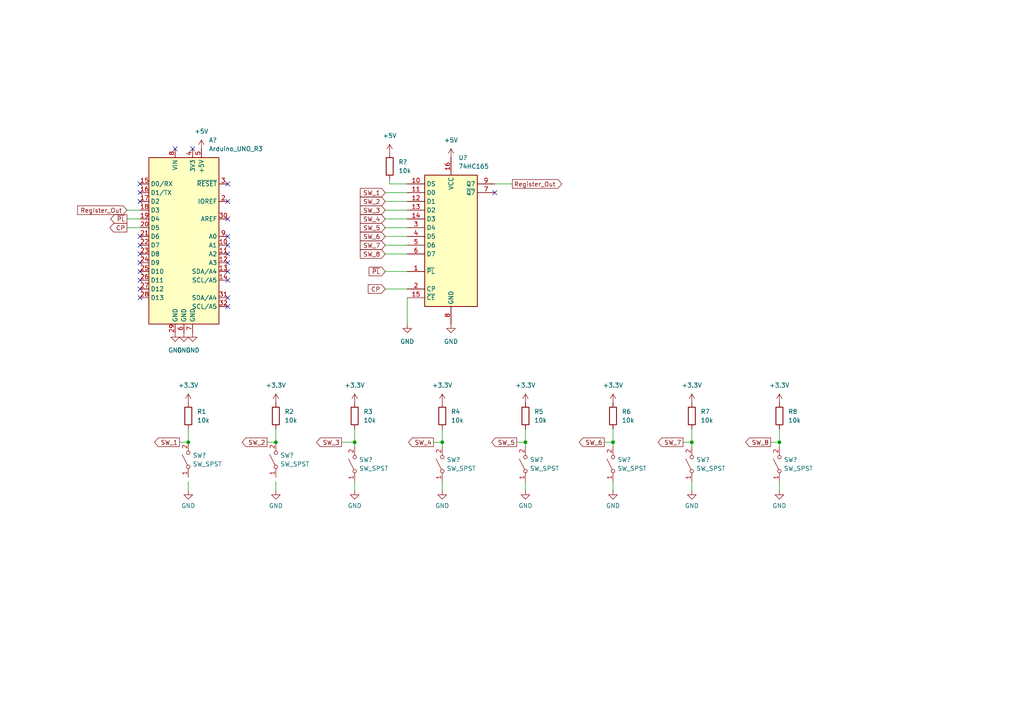
<source format=kicad_sch>
(kicad_sch
	(version 20250114)
	(generator "eeschema")
	(generator_version "9.0")
	(uuid "538fdba2-92f1-42d8-886f-d5392ce690b6")
	(paper "A4")
	(lib_symbols
		(symbol "74xx:74HC165"
			(exclude_from_sim no)
			(in_bom yes)
			(on_board yes)
			(property "Reference" "U"
				(at -7.62 19.05 0)
				(effects
					(font
						(size 1.27 1.27)
					)
				)
			)
			(property "Value" "74HC165"
				(at -7.62 -21.59 0)
				(effects
					(font
						(size 1.27 1.27)
					)
				)
			)
			(property "Footprint" ""
				(at 0 0 0)
				(effects
					(font
						(size 1.27 1.27)
					)
					(hide yes)
				)
			)
			(property "Datasheet" "https://assets.nexperia.com/documents/data-sheet/74HC_HCT165.pdf"
				(at 0 0 0)
				(effects
					(font
						(size 1.27 1.27)
					)
					(hide yes)
				)
			)
			(property "Description" "Shift Register, 8-bit, Parallel Load"
				(at 0 0 0)
				(effects
					(font
						(size 1.27 1.27)
					)
					(hide yes)
				)
			)
			(property "ki_keywords" "8 bit shift register parallel load cmos"
				(at 0 0 0)
				(effects
					(font
						(size 1.27 1.27)
					)
					(hide yes)
				)
			)
			(property "ki_fp_filters" "DIP?16* SO*16*3.9x9.9mm*P1.27mm* SSOP*16*5.3x6.2mm*P0.65mm* TSSOP*16*4.4x5mm*P0.65*"
				(at 0 0 0)
				(effects
					(font
						(size 1.27 1.27)
					)
					(hide yes)
				)
			)
			(symbol "74HC165_1_0"
				(pin input line
					(at -12.7 15.24 0)
					(length 5.08)
					(name "DS"
						(effects
							(font
								(size 1.27 1.27)
							)
						)
					)
					(number "10"
						(effects
							(font
								(size 1.27 1.27)
							)
						)
					)
				)
				(pin input line
					(at -12.7 12.7 0)
					(length 5.08)
					(name "D0"
						(effects
							(font
								(size 1.27 1.27)
							)
						)
					)
					(number "11"
						(effects
							(font
								(size 1.27 1.27)
							)
						)
					)
				)
				(pin input line
					(at -12.7 10.16 0)
					(length 5.08)
					(name "D1"
						(effects
							(font
								(size 1.27 1.27)
							)
						)
					)
					(number "12"
						(effects
							(font
								(size 1.27 1.27)
							)
						)
					)
				)
				(pin input line
					(at -12.7 7.62 0)
					(length 5.08)
					(name "D2"
						(effects
							(font
								(size 1.27 1.27)
							)
						)
					)
					(number "13"
						(effects
							(font
								(size 1.27 1.27)
							)
						)
					)
				)
				(pin input line
					(at -12.7 5.08 0)
					(length 5.08)
					(name "D3"
						(effects
							(font
								(size 1.27 1.27)
							)
						)
					)
					(number "14"
						(effects
							(font
								(size 1.27 1.27)
							)
						)
					)
				)
				(pin input line
					(at -12.7 2.54 0)
					(length 5.08)
					(name "D4"
						(effects
							(font
								(size 1.27 1.27)
							)
						)
					)
					(number "3"
						(effects
							(font
								(size 1.27 1.27)
							)
						)
					)
				)
				(pin input line
					(at -12.7 0 0)
					(length 5.08)
					(name "D5"
						(effects
							(font
								(size 1.27 1.27)
							)
						)
					)
					(number "4"
						(effects
							(font
								(size 1.27 1.27)
							)
						)
					)
				)
				(pin input line
					(at -12.7 -2.54 0)
					(length 5.08)
					(name "D6"
						(effects
							(font
								(size 1.27 1.27)
							)
						)
					)
					(number "5"
						(effects
							(font
								(size 1.27 1.27)
							)
						)
					)
				)
				(pin input line
					(at -12.7 -5.08 0)
					(length 5.08)
					(name "D7"
						(effects
							(font
								(size 1.27 1.27)
							)
						)
					)
					(number "6"
						(effects
							(font
								(size 1.27 1.27)
							)
						)
					)
				)
				(pin input line
					(at -12.7 -10.16 0)
					(length 5.08)
					(name "~{PL}"
						(effects
							(font
								(size 1.27 1.27)
							)
						)
					)
					(number "1"
						(effects
							(font
								(size 1.27 1.27)
							)
						)
					)
				)
				(pin input line
					(at -12.7 -15.24 0)
					(length 5.08)
					(name "CP"
						(effects
							(font
								(size 1.27 1.27)
							)
						)
					)
					(number "2"
						(effects
							(font
								(size 1.27 1.27)
							)
						)
					)
				)
				(pin input line
					(at -12.7 -17.78 0)
					(length 5.08)
					(name "~{CE}"
						(effects
							(font
								(size 1.27 1.27)
							)
						)
					)
					(number "15"
						(effects
							(font
								(size 1.27 1.27)
							)
						)
					)
				)
				(pin power_in line
					(at 0 22.86 270)
					(length 5.08)
					(name "VCC"
						(effects
							(font
								(size 1.27 1.27)
							)
						)
					)
					(number "16"
						(effects
							(font
								(size 1.27 1.27)
							)
						)
					)
				)
				(pin power_in line
					(at 0 -25.4 90)
					(length 5.08)
					(name "GND"
						(effects
							(font
								(size 1.27 1.27)
							)
						)
					)
					(number "8"
						(effects
							(font
								(size 1.27 1.27)
							)
						)
					)
				)
				(pin output line
					(at 12.7 15.24 180)
					(length 5.08)
					(name "Q7"
						(effects
							(font
								(size 1.27 1.27)
							)
						)
					)
					(number "9"
						(effects
							(font
								(size 1.27 1.27)
							)
						)
					)
				)
				(pin output line
					(at 12.7 12.7 180)
					(length 5.08)
					(name "~{Q7}"
						(effects
							(font
								(size 1.27 1.27)
							)
						)
					)
					(number "7"
						(effects
							(font
								(size 1.27 1.27)
							)
						)
					)
				)
			)
			(symbol "74HC165_1_1"
				(rectangle
					(start -7.62 17.78)
					(end 7.62 -20.32)
					(stroke
						(width 0.254)
						(type default)
					)
					(fill
						(type background)
					)
				)
			)
			(embedded_fonts no)
		)
		(symbol "Device:R"
			(pin_numbers
				(hide yes)
			)
			(pin_names
				(offset 0)
			)
			(exclude_from_sim no)
			(in_bom yes)
			(on_board yes)
			(property "Reference" "R"
				(at 2.032 0 90)
				(effects
					(font
						(size 1.27 1.27)
					)
				)
			)
			(property "Value" "R"
				(at 0 0 90)
				(effects
					(font
						(size 1.27 1.27)
					)
				)
			)
			(property "Footprint" ""
				(at -1.778 0 90)
				(effects
					(font
						(size 1.27 1.27)
					)
					(hide yes)
				)
			)
			(property "Datasheet" "~"
				(at 0 0 0)
				(effects
					(font
						(size 1.27 1.27)
					)
					(hide yes)
				)
			)
			(property "Description" "Resistor"
				(at 0 0 0)
				(effects
					(font
						(size 1.27 1.27)
					)
					(hide yes)
				)
			)
			(property "ki_keywords" "R res resistor"
				(at 0 0 0)
				(effects
					(font
						(size 1.27 1.27)
					)
					(hide yes)
				)
			)
			(property "ki_fp_filters" "R_*"
				(at 0 0 0)
				(effects
					(font
						(size 1.27 1.27)
					)
					(hide yes)
				)
			)
			(symbol "R_0_1"
				(rectangle
					(start -1.016 -2.54)
					(end 1.016 2.54)
					(stroke
						(width 0.254)
						(type default)
					)
					(fill
						(type none)
					)
				)
			)
			(symbol "R_1_1"
				(pin passive line
					(at 0 3.81 270)
					(length 1.27)
					(name "~"
						(effects
							(font
								(size 1.27 1.27)
							)
						)
					)
					(number "1"
						(effects
							(font
								(size 1.27 1.27)
							)
						)
					)
				)
				(pin passive line
					(at 0 -3.81 90)
					(length 1.27)
					(name "~"
						(effects
							(font
								(size 1.27 1.27)
							)
						)
					)
					(number "2"
						(effects
							(font
								(size 1.27 1.27)
							)
						)
					)
				)
			)
			(embedded_fonts no)
		)
		(symbol "MCU_Module:Arduino_UNO_R3"
			(exclude_from_sim no)
			(in_bom yes)
			(on_board yes)
			(property "Reference" "A"
				(at -10.16 23.495 0)
				(effects
					(font
						(size 1.27 1.27)
					)
					(justify left bottom)
				)
			)
			(property "Value" "Arduino_UNO_R3"
				(at 5.08 -26.67 0)
				(effects
					(font
						(size 1.27 1.27)
					)
					(justify left top)
				)
			)
			(property "Footprint" "Module:Arduino_UNO_R3"
				(at 0 0 0)
				(effects
					(font
						(size 1.27 1.27)
						(italic yes)
					)
					(hide yes)
				)
			)
			(property "Datasheet" "https://www.arduino.cc/en/Main/arduinoBoardUno"
				(at 0 0 0)
				(effects
					(font
						(size 1.27 1.27)
					)
					(hide yes)
				)
			)
			(property "Description" "Arduino UNO Microcontroller Module, release 3"
				(at 0 0 0)
				(effects
					(font
						(size 1.27 1.27)
					)
					(hide yes)
				)
			)
			(property "ki_keywords" "Arduino UNO R3 Microcontroller Module Atmel AVR USB"
				(at 0 0 0)
				(effects
					(font
						(size 1.27 1.27)
					)
					(hide yes)
				)
			)
			(property "ki_fp_filters" "Arduino*UNO*R3*"
				(at 0 0 0)
				(effects
					(font
						(size 1.27 1.27)
					)
					(hide yes)
				)
			)
			(symbol "Arduino_UNO_R3_0_1"
				(rectangle
					(start -10.16 22.86)
					(end 10.16 -25.4)
					(stroke
						(width 0.254)
						(type default)
					)
					(fill
						(type background)
					)
				)
			)
			(symbol "Arduino_UNO_R3_1_1"
				(pin bidirectional line
					(at -12.7 15.24 0)
					(length 2.54)
					(name "D0/RX"
						(effects
							(font
								(size 1.27 1.27)
							)
						)
					)
					(number "15"
						(effects
							(font
								(size 1.27 1.27)
							)
						)
					)
				)
				(pin bidirectional line
					(at -12.7 12.7 0)
					(length 2.54)
					(name "D1/TX"
						(effects
							(font
								(size 1.27 1.27)
							)
						)
					)
					(number "16"
						(effects
							(font
								(size 1.27 1.27)
							)
						)
					)
				)
				(pin bidirectional line
					(at -12.7 10.16 0)
					(length 2.54)
					(name "D2"
						(effects
							(font
								(size 1.27 1.27)
							)
						)
					)
					(number "17"
						(effects
							(font
								(size 1.27 1.27)
							)
						)
					)
				)
				(pin bidirectional line
					(at -12.7 7.62 0)
					(length 2.54)
					(name "D3"
						(effects
							(font
								(size 1.27 1.27)
							)
						)
					)
					(number "18"
						(effects
							(font
								(size 1.27 1.27)
							)
						)
					)
				)
				(pin bidirectional line
					(at -12.7 5.08 0)
					(length 2.54)
					(name "D4"
						(effects
							(font
								(size 1.27 1.27)
							)
						)
					)
					(number "19"
						(effects
							(font
								(size 1.27 1.27)
							)
						)
					)
				)
				(pin bidirectional line
					(at -12.7 2.54 0)
					(length 2.54)
					(name "D5"
						(effects
							(font
								(size 1.27 1.27)
							)
						)
					)
					(number "20"
						(effects
							(font
								(size 1.27 1.27)
							)
						)
					)
				)
				(pin bidirectional line
					(at -12.7 0 0)
					(length 2.54)
					(name "D6"
						(effects
							(font
								(size 1.27 1.27)
							)
						)
					)
					(number "21"
						(effects
							(font
								(size 1.27 1.27)
							)
						)
					)
				)
				(pin bidirectional line
					(at -12.7 -2.54 0)
					(length 2.54)
					(name "D7"
						(effects
							(font
								(size 1.27 1.27)
							)
						)
					)
					(number "22"
						(effects
							(font
								(size 1.27 1.27)
							)
						)
					)
				)
				(pin bidirectional line
					(at -12.7 -5.08 0)
					(length 2.54)
					(name "D8"
						(effects
							(font
								(size 1.27 1.27)
							)
						)
					)
					(number "23"
						(effects
							(font
								(size 1.27 1.27)
							)
						)
					)
				)
				(pin bidirectional line
					(at -12.7 -7.62 0)
					(length 2.54)
					(name "D9"
						(effects
							(font
								(size 1.27 1.27)
							)
						)
					)
					(number "24"
						(effects
							(font
								(size 1.27 1.27)
							)
						)
					)
				)
				(pin bidirectional line
					(at -12.7 -10.16 0)
					(length 2.54)
					(name "D10"
						(effects
							(font
								(size 1.27 1.27)
							)
						)
					)
					(number "25"
						(effects
							(font
								(size 1.27 1.27)
							)
						)
					)
				)
				(pin bidirectional line
					(at -12.7 -12.7 0)
					(length 2.54)
					(name "D11"
						(effects
							(font
								(size 1.27 1.27)
							)
						)
					)
					(number "26"
						(effects
							(font
								(size 1.27 1.27)
							)
						)
					)
				)
				(pin bidirectional line
					(at -12.7 -15.24 0)
					(length 2.54)
					(name "D12"
						(effects
							(font
								(size 1.27 1.27)
							)
						)
					)
					(number "27"
						(effects
							(font
								(size 1.27 1.27)
							)
						)
					)
				)
				(pin bidirectional line
					(at -12.7 -17.78 0)
					(length 2.54)
					(name "D13"
						(effects
							(font
								(size 1.27 1.27)
							)
						)
					)
					(number "28"
						(effects
							(font
								(size 1.27 1.27)
							)
						)
					)
				)
				(pin no_connect line
					(at -10.16 -20.32 0)
					(length 2.54)
					(hide yes)
					(name "NC"
						(effects
							(font
								(size 1.27 1.27)
							)
						)
					)
					(number "1"
						(effects
							(font
								(size 1.27 1.27)
							)
						)
					)
				)
				(pin power_in line
					(at -2.54 25.4 270)
					(length 2.54)
					(name "VIN"
						(effects
							(font
								(size 1.27 1.27)
							)
						)
					)
					(number "8"
						(effects
							(font
								(size 1.27 1.27)
							)
						)
					)
				)
				(pin power_in line
					(at -2.54 -27.94 90)
					(length 2.54)
					(name "GND"
						(effects
							(font
								(size 1.27 1.27)
							)
						)
					)
					(number "29"
						(effects
							(font
								(size 1.27 1.27)
							)
						)
					)
				)
				(pin power_in line
					(at 0 -27.94 90)
					(length 2.54)
					(name "GND"
						(effects
							(font
								(size 1.27 1.27)
							)
						)
					)
					(number "6"
						(effects
							(font
								(size 1.27 1.27)
							)
						)
					)
				)
				(pin power_out line
					(at 2.54 25.4 270)
					(length 2.54)
					(name "3V3"
						(effects
							(font
								(size 1.27 1.27)
							)
						)
					)
					(number "4"
						(effects
							(font
								(size 1.27 1.27)
							)
						)
					)
				)
				(pin power_in line
					(at 2.54 -27.94 90)
					(length 2.54)
					(name "GND"
						(effects
							(font
								(size 1.27 1.27)
							)
						)
					)
					(number "7"
						(effects
							(font
								(size 1.27 1.27)
							)
						)
					)
				)
				(pin power_out line
					(at 5.08 25.4 270)
					(length 2.54)
					(name "+5V"
						(effects
							(font
								(size 1.27 1.27)
							)
						)
					)
					(number "5"
						(effects
							(font
								(size 1.27 1.27)
							)
						)
					)
				)
				(pin input line
					(at 12.7 15.24 180)
					(length 2.54)
					(name "~{RESET}"
						(effects
							(font
								(size 1.27 1.27)
							)
						)
					)
					(number "3"
						(effects
							(font
								(size 1.27 1.27)
							)
						)
					)
				)
				(pin output line
					(at 12.7 10.16 180)
					(length 2.54)
					(name "IOREF"
						(effects
							(font
								(size 1.27 1.27)
							)
						)
					)
					(number "2"
						(effects
							(font
								(size 1.27 1.27)
							)
						)
					)
				)
				(pin input line
					(at 12.7 5.08 180)
					(length 2.54)
					(name "AREF"
						(effects
							(font
								(size 1.27 1.27)
							)
						)
					)
					(number "30"
						(effects
							(font
								(size 1.27 1.27)
							)
						)
					)
				)
				(pin bidirectional line
					(at 12.7 0 180)
					(length 2.54)
					(name "A0"
						(effects
							(font
								(size 1.27 1.27)
							)
						)
					)
					(number "9"
						(effects
							(font
								(size 1.27 1.27)
							)
						)
					)
				)
				(pin bidirectional line
					(at 12.7 -2.54 180)
					(length 2.54)
					(name "A1"
						(effects
							(font
								(size 1.27 1.27)
							)
						)
					)
					(number "10"
						(effects
							(font
								(size 1.27 1.27)
							)
						)
					)
				)
				(pin bidirectional line
					(at 12.7 -5.08 180)
					(length 2.54)
					(name "A2"
						(effects
							(font
								(size 1.27 1.27)
							)
						)
					)
					(number "11"
						(effects
							(font
								(size 1.27 1.27)
							)
						)
					)
				)
				(pin bidirectional line
					(at 12.7 -7.62 180)
					(length 2.54)
					(name "A3"
						(effects
							(font
								(size 1.27 1.27)
							)
						)
					)
					(number "12"
						(effects
							(font
								(size 1.27 1.27)
							)
						)
					)
				)
				(pin bidirectional line
					(at 12.7 -10.16 180)
					(length 2.54)
					(name "SDA/A4"
						(effects
							(font
								(size 1.27 1.27)
							)
						)
					)
					(number "13"
						(effects
							(font
								(size 1.27 1.27)
							)
						)
					)
				)
				(pin bidirectional line
					(at 12.7 -12.7 180)
					(length 2.54)
					(name "SCL/A5"
						(effects
							(font
								(size 1.27 1.27)
							)
						)
					)
					(number "14"
						(effects
							(font
								(size 1.27 1.27)
							)
						)
					)
				)
				(pin bidirectional line
					(at 12.7 -17.78 180)
					(length 2.54)
					(name "SDA/A4"
						(effects
							(font
								(size 1.27 1.27)
							)
						)
					)
					(number "31"
						(effects
							(font
								(size 1.27 1.27)
							)
						)
					)
				)
				(pin bidirectional line
					(at 12.7 -20.32 180)
					(length 2.54)
					(name "SCL/A5"
						(effects
							(font
								(size 1.27 1.27)
							)
						)
					)
					(number "32"
						(effects
							(font
								(size 1.27 1.27)
							)
						)
					)
				)
			)
			(embedded_fonts no)
		)
		(symbol "Switch:SW_SPST"
			(pin_names
				(offset 0)
				(hide yes)
			)
			(exclude_from_sim no)
			(in_bom yes)
			(on_board yes)
			(property "Reference" "SW"
				(at 0 3.175 0)
				(effects
					(font
						(size 1.27 1.27)
					)
				)
			)
			(property "Value" "SW_SPST"
				(at 0 -2.54 0)
				(effects
					(font
						(size 1.27 1.27)
					)
				)
			)
			(property "Footprint" ""
				(at 0 0 0)
				(effects
					(font
						(size 1.27 1.27)
					)
					(hide yes)
				)
			)
			(property "Datasheet" "~"
				(at 0 0 0)
				(effects
					(font
						(size 1.27 1.27)
					)
					(hide yes)
				)
			)
			(property "Description" "Single Pole Single Throw (SPST) switch"
				(at 0 0 0)
				(effects
					(font
						(size 1.27 1.27)
					)
					(hide yes)
				)
			)
			(property "ki_keywords" "switch lever"
				(at 0 0 0)
				(effects
					(font
						(size 1.27 1.27)
					)
					(hide yes)
				)
			)
			(symbol "SW_SPST_0_0"
				(circle
					(center -2.032 0)
					(radius 0.508)
					(stroke
						(width 0)
						(type default)
					)
					(fill
						(type none)
					)
				)
				(polyline
					(pts
						(xy -1.524 0.254) (xy 1.524 1.778)
					)
					(stroke
						(width 0)
						(type default)
					)
					(fill
						(type none)
					)
				)
				(circle
					(center 2.032 0)
					(radius 0.508)
					(stroke
						(width 0)
						(type default)
					)
					(fill
						(type none)
					)
				)
			)
			(symbol "SW_SPST_1_1"
				(pin passive line
					(at -5.08 0 0)
					(length 2.54)
					(name "A"
						(effects
							(font
								(size 1.27 1.27)
							)
						)
					)
					(number "1"
						(effects
							(font
								(size 1.27 1.27)
							)
						)
					)
				)
				(pin passive line
					(at 5.08 0 180)
					(length 2.54)
					(name "B"
						(effects
							(font
								(size 1.27 1.27)
							)
						)
					)
					(number "2"
						(effects
							(font
								(size 1.27 1.27)
							)
						)
					)
				)
			)
			(embedded_fonts no)
		)
		(symbol "power:+3.3V"
			(power)
			(pin_numbers
				(hide yes)
			)
			(pin_names
				(offset 0)
				(hide yes)
			)
			(exclude_from_sim no)
			(in_bom yes)
			(on_board yes)
			(property "Reference" "#PWR"
				(at 0 -3.81 0)
				(effects
					(font
						(size 1.27 1.27)
					)
					(hide yes)
				)
			)
			(property "Value" "+3.3V"
				(at 0 3.556 0)
				(effects
					(font
						(size 1.27 1.27)
					)
				)
			)
			(property "Footprint" ""
				(at 0 0 0)
				(effects
					(font
						(size 1.27 1.27)
					)
					(hide yes)
				)
			)
			(property "Datasheet" ""
				(at 0 0 0)
				(effects
					(font
						(size 1.27 1.27)
					)
					(hide yes)
				)
			)
			(property "Description" "Power symbol creates a global label with name \"+3.3V\""
				(at 0 0 0)
				(effects
					(font
						(size 1.27 1.27)
					)
					(hide yes)
				)
			)
			(property "ki_keywords" "global power"
				(at 0 0 0)
				(effects
					(font
						(size 1.27 1.27)
					)
					(hide yes)
				)
			)
			(symbol "+3.3V_0_1"
				(polyline
					(pts
						(xy -0.762 1.27) (xy 0 2.54)
					)
					(stroke
						(width 0)
						(type default)
					)
					(fill
						(type none)
					)
				)
				(polyline
					(pts
						(xy 0 2.54) (xy 0.762 1.27)
					)
					(stroke
						(width 0)
						(type default)
					)
					(fill
						(type none)
					)
				)
				(polyline
					(pts
						(xy 0 0) (xy 0 2.54)
					)
					(stroke
						(width 0)
						(type default)
					)
					(fill
						(type none)
					)
				)
			)
			(symbol "+3.3V_1_1"
				(pin power_in line
					(at 0 0 90)
					(length 0)
					(name "~"
						(effects
							(font
								(size 1.27 1.27)
							)
						)
					)
					(number "1"
						(effects
							(font
								(size 1.27 1.27)
							)
						)
					)
				)
			)
			(embedded_fonts no)
		)
		(symbol "power:+5V"
			(power)
			(pin_numbers
				(hide yes)
			)
			(pin_names
				(offset 0)
				(hide yes)
			)
			(exclude_from_sim no)
			(in_bom yes)
			(on_board yes)
			(property "Reference" "#PWR"
				(at 0 -3.81 0)
				(effects
					(font
						(size 1.27 1.27)
					)
					(hide yes)
				)
			)
			(property "Value" "+5V"
				(at 0 3.556 0)
				(effects
					(font
						(size 1.27 1.27)
					)
				)
			)
			(property "Footprint" ""
				(at 0 0 0)
				(effects
					(font
						(size 1.27 1.27)
					)
					(hide yes)
				)
			)
			(property "Datasheet" ""
				(at 0 0 0)
				(effects
					(font
						(size 1.27 1.27)
					)
					(hide yes)
				)
			)
			(property "Description" "Power symbol creates a global label with name \"+5V\""
				(at 0 0 0)
				(effects
					(font
						(size 1.27 1.27)
					)
					(hide yes)
				)
			)
			(property "ki_keywords" "global power"
				(at 0 0 0)
				(effects
					(font
						(size 1.27 1.27)
					)
					(hide yes)
				)
			)
			(symbol "+5V_0_1"
				(polyline
					(pts
						(xy -0.762 1.27) (xy 0 2.54)
					)
					(stroke
						(width 0)
						(type default)
					)
					(fill
						(type none)
					)
				)
				(polyline
					(pts
						(xy 0 2.54) (xy 0.762 1.27)
					)
					(stroke
						(width 0)
						(type default)
					)
					(fill
						(type none)
					)
				)
				(polyline
					(pts
						(xy 0 0) (xy 0 2.54)
					)
					(stroke
						(width 0)
						(type default)
					)
					(fill
						(type none)
					)
				)
			)
			(symbol "+5V_1_1"
				(pin power_in line
					(at 0 0 90)
					(length 0)
					(name "~"
						(effects
							(font
								(size 1.27 1.27)
							)
						)
					)
					(number "1"
						(effects
							(font
								(size 1.27 1.27)
							)
						)
					)
				)
			)
			(embedded_fonts no)
		)
		(symbol "power:GND"
			(power)
			(pin_numbers
				(hide yes)
			)
			(pin_names
				(offset 0)
				(hide yes)
			)
			(exclude_from_sim no)
			(in_bom yes)
			(on_board yes)
			(property "Reference" "#PWR"
				(at 0 -6.35 0)
				(effects
					(font
						(size 1.27 1.27)
					)
					(hide yes)
				)
			)
			(property "Value" "GND"
				(at 0 -3.81 0)
				(effects
					(font
						(size 1.27 1.27)
					)
				)
			)
			(property "Footprint" ""
				(at 0 0 0)
				(effects
					(font
						(size 1.27 1.27)
					)
					(hide yes)
				)
			)
			(property "Datasheet" ""
				(at 0 0 0)
				(effects
					(font
						(size 1.27 1.27)
					)
					(hide yes)
				)
			)
			(property "Description" "Power symbol creates a global label with name \"GND\" , ground"
				(at 0 0 0)
				(effects
					(font
						(size 1.27 1.27)
					)
					(hide yes)
				)
			)
			(property "ki_keywords" "global power"
				(at 0 0 0)
				(effects
					(font
						(size 1.27 1.27)
					)
					(hide yes)
				)
			)
			(symbol "GND_0_1"
				(polyline
					(pts
						(xy 0 0) (xy 0 -1.27) (xy 1.27 -1.27) (xy 0 -2.54) (xy -1.27 -1.27) (xy 0 -1.27)
					)
					(stroke
						(width 0)
						(type default)
					)
					(fill
						(type none)
					)
				)
			)
			(symbol "GND_1_1"
				(pin power_in line
					(at 0 0 270)
					(length 0)
					(name "~"
						(effects
							(font
								(size 1.27 1.27)
							)
						)
					)
					(number "1"
						(effects
							(font
								(size 1.27 1.27)
							)
						)
					)
				)
			)
			(embedded_fonts no)
		)
	)
	(junction
		(at 152.4 128.27)
		(diameter 0)
		(color 0 0 0 0)
		(uuid "36ecdce6-5778-4184-b046-da1b8167bc13")
	)
	(junction
		(at 200.66 128.27)
		(diameter 0)
		(color 0 0 0 0)
		(uuid "422b385f-2437-421f-953d-41e513166066")
	)
	(junction
		(at 128.27 128.27)
		(diameter 0)
		(color 0 0 0 0)
		(uuid "4cd44044-1ea0-48df-b923-8a66e0874f5e")
	)
	(junction
		(at 102.87 128.27)
		(diameter 0)
		(color 0 0 0 0)
		(uuid "6c917ee0-1609-4fcf-a4a6-1321fe1e866a")
	)
	(junction
		(at 177.8 128.27)
		(diameter 0)
		(color 0 0 0 0)
		(uuid "7ee63194-f128-4889-99d7-715e062b606e")
	)
	(junction
		(at 226.06 128.27)
		(diameter 0)
		(color 0 0 0 0)
		(uuid "9a111d61-4403-47e4-ad7f-0ac8226fc2d4")
	)
	(junction
		(at 54.61 128.27)
		(diameter 0)
		(color 0 0 0 0)
		(uuid "c2f37716-0b92-4014-9405-e873c4131b68")
	)
	(junction
		(at 80.01 128.27)
		(diameter 0)
		(color 0 0 0 0)
		(uuid "dd2d6e43-ef97-40e5-9d3e-d0c7d0c7f23c")
	)
	(no_connect
		(at 66.04 76.2)
		(uuid "0fa23579-1f32-4dae-bd47-c8dcebdaa80d")
	)
	(no_connect
		(at 40.64 81.28)
		(uuid "1399f8e0-a87d-4368-bf96-7b20151500c2")
	)
	(no_connect
		(at 40.64 58.42)
		(uuid "36812e76-b21b-409d-8dbf-0ea3568f02d2")
	)
	(no_connect
		(at 40.64 78.74)
		(uuid "3b4cf005-b9f9-4877-8c0f-a71196a6b4aa")
	)
	(no_connect
		(at 66.04 58.42)
		(uuid "3e384ff8-9c28-454a-8c3e-7fd51c56dc50")
	)
	(no_connect
		(at 55.88 43.18)
		(uuid "4ace8fa1-e95a-4ac6-8eaa-a767dacf8ef6")
	)
	(no_connect
		(at 66.04 88.9)
		(uuid "4d99d04d-2ab8-4a33-8509-b0f39c176524")
	)
	(no_connect
		(at 66.04 78.74)
		(uuid "62125aa3-2045-4fd7-aa03-2318cf4f3599")
	)
	(no_connect
		(at 66.04 86.36)
		(uuid "641053e3-78d1-4456-9cf8-0c4f91def8c3")
	)
	(no_connect
		(at 40.64 71.12)
		(uuid "647a7b29-00a1-4611-bc13-8c5312e43b02")
	)
	(no_connect
		(at 66.04 81.28)
		(uuid "6dc135e1-4c2d-4fb6-b0ab-dabd6dd19423")
	)
	(no_connect
		(at 50.8 43.18)
		(uuid "6dda9497-d776-47cb-bf09-04931a46c7da")
	)
	(no_connect
		(at 40.64 83.82)
		(uuid "72920a67-efe0-4df0-9478-33b77e2c61b2")
	)
	(no_connect
		(at 66.04 68.58)
		(uuid "74f64389-1d48-4a80-aac1-b5535991b49a")
	)
	(no_connect
		(at 40.64 53.34)
		(uuid "7f057ffe-7ba4-46e5-a5a6-bb22065d0285")
	)
	(no_connect
		(at 66.04 73.66)
		(uuid "9181ff7e-5395-46b3-abdf-1cc6c529533a")
	)
	(no_connect
		(at 40.64 55.88)
		(uuid "9bd04c5e-eceb-4e0c-8f18-fe9036c5ca9d")
	)
	(no_connect
		(at 40.64 68.58)
		(uuid "9ec20386-66a4-47f2-851a-1f172691501b")
	)
	(no_connect
		(at 143.51 55.88)
		(uuid "a1dc04a4-f1a4-4087-9145-670be2b25ddf")
	)
	(no_connect
		(at 40.64 76.2)
		(uuid "a3ac932d-9c22-4576-9f44-872cb6fd9f37")
	)
	(no_connect
		(at 40.64 86.36)
		(uuid "ac626026-496c-47f3-a94d-9c36f0c8146d")
	)
	(no_connect
		(at 66.04 63.5)
		(uuid "ad119179-645d-4bb7-af7d-c43e97de4bf5")
	)
	(no_connect
		(at 66.04 53.34)
		(uuid "b8f8b84e-3329-4255-a0c3-ec7d9bf7f54c")
	)
	(no_connect
		(at 40.64 73.66)
		(uuid "b9404db9-0238-495b-b257-8cf0b23baf7b")
	)
	(no_connect
		(at 66.04 71.12)
		(uuid "e7e887cf-fbcc-456a-8a99-7e44b29c0c3c")
	)
	(wire
		(pts
			(xy 36.83 60.96) (xy 40.64 60.96)
		)
		(stroke
			(width 0)
			(type default)
		)
		(uuid "03a127fd-b698-40b1-bc5e-08f5ab001b30")
	)
	(wire
		(pts
			(xy 36.83 63.5) (xy 40.64 63.5)
		)
		(stroke
			(width 0)
			(type default)
		)
		(uuid "08972660-6747-45fa-9453-b9314861b2e5")
	)
	(wire
		(pts
			(xy 152.4 139.7) (xy 152.4 142.24)
		)
		(stroke
			(width 0)
			(type default)
		)
		(uuid "0f6f8e9a-3f44-4027-ba42-11153fae2a6b")
	)
	(wire
		(pts
			(xy 111.76 78.74) (xy 118.11 78.74)
		)
		(stroke
			(width 0)
			(type default)
		)
		(uuid "1198f74f-23b5-4f88-92d8-8572dd71b9a9")
	)
	(wire
		(pts
			(xy 223.52 128.27) (xy 226.06 128.27)
		)
		(stroke
			(width 0)
			(type default)
		)
		(uuid "13942310-fb9d-4257-931f-4abe26f31b2f")
	)
	(wire
		(pts
			(xy 198.12 128.27) (xy 200.66 128.27)
		)
		(stroke
			(width 0)
			(type default)
		)
		(uuid "189c1665-9123-4de8-9962-02198f8b8c1a")
	)
	(wire
		(pts
			(xy 99.06 128.27) (xy 102.87 128.27)
		)
		(stroke
			(width 0)
			(type default)
		)
		(uuid "1eb51cc8-ef12-4efd-be94-847cac26d29c")
	)
	(wire
		(pts
			(xy 226.06 139.7) (xy 226.06 142.24)
		)
		(stroke
			(width 0)
			(type default)
		)
		(uuid "21e71a21-732f-4ca8-8b54-316e3f3184fe")
	)
	(wire
		(pts
			(xy 102.87 124.46) (xy 102.87 128.27)
		)
		(stroke
			(width 0)
			(type default)
		)
		(uuid "2a8c1d31-407e-4f9f-b7fa-9265e004b86e")
	)
	(wire
		(pts
			(xy 111.76 55.88) (xy 118.11 55.88)
		)
		(stroke
			(width 0)
			(type default)
		)
		(uuid "2b633427-10b7-4152-a1db-f0d81979dbf8")
	)
	(wire
		(pts
			(xy 77.47 128.27) (xy 80.01 128.27)
		)
		(stroke
			(width 0)
			(type default)
		)
		(uuid "2eb6ece8-9994-42a7-9328-459e9dd0578a")
	)
	(wire
		(pts
			(xy 111.76 71.12) (xy 118.11 71.12)
		)
		(stroke
			(width 0)
			(type default)
		)
		(uuid "337dfe8d-0a2b-4413-916a-f5c321153244")
	)
	(wire
		(pts
			(xy 80.01 139.7) (xy 80.01 142.24)
		)
		(stroke
			(width 0)
			(type default)
		)
		(uuid "35355697-7fd6-468d-b1c0-67fdb47edbb6")
	)
	(wire
		(pts
			(xy 152.4 124.46) (xy 152.4 128.27)
		)
		(stroke
			(width 0)
			(type default)
		)
		(uuid "355129b2-8301-467b-81c5-6c3ce1836aee")
	)
	(wire
		(pts
			(xy 177.8 139.7) (xy 177.8 142.24)
		)
		(stroke
			(width 0)
			(type default)
		)
		(uuid "3aac9c58-10a0-4df7-bbb2-bfc1c843d5dd")
	)
	(wire
		(pts
			(xy 200.66 128.27) (xy 200.66 129.54)
		)
		(stroke
			(width 0)
			(type default)
		)
		(uuid "47883b10-7749-4dca-a7eb-08a9ccc641e0")
	)
	(wire
		(pts
			(xy 118.11 86.36) (xy 118.11 93.98)
		)
		(stroke
			(width 0)
			(type default)
		)
		(uuid "54159d5b-d5fb-4cb2-9316-3105c527b0ba")
	)
	(wire
		(pts
			(xy 125.73 128.27) (xy 128.27 128.27)
		)
		(stroke
			(width 0)
			(type default)
		)
		(uuid "551ccaab-df52-4587-ab5d-faaf842ad29f")
	)
	(wire
		(pts
			(xy 111.76 58.42) (xy 118.11 58.42)
		)
		(stroke
			(width 0)
			(type default)
		)
		(uuid "58814b0d-2a14-4470-8c1f-9368f37e604e")
	)
	(wire
		(pts
			(xy 113.03 53.34) (xy 113.03 52.07)
		)
		(stroke
			(width 0)
			(type default)
		)
		(uuid "5dfecf2d-c860-4fd1-9f77-1cc3fe4819ba")
	)
	(wire
		(pts
			(xy 102.87 128.27) (xy 102.87 129.54)
		)
		(stroke
			(width 0)
			(type default)
		)
		(uuid "5e067fb8-cbae-49e9-89f0-3995ab2e4d94")
	)
	(wire
		(pts
			(xy 175.26 128.27) (xy 177.8 128.27)
		)
		(stroke
			(width 0)
			(type default)
		)
		(uuid "6221d384-41a5-453c-a95f-cb558177423f")
	)
	(wire
		(pts
			(xy 111.76 68.58) (xy 118.11 68.58)
		)
		(stroke
			(width 0)
			(type default)
		)
		(uuid "6e03177a-ce10-45f5-9fcf-abbc82dff53b")
	)
	(wire
		(pts
			(xy 111.76 73.66) (xy 118.11 73.66)
		)
		(stroke
			(width 0)
			(type default)
		)
		(uuid "74a42374-a06b-495f-8d03-242b7e3cf0f7")
	)
	(wire
		(pts
			(xy 200.66 139.7) (xy 200.66 142.24)
		)
		(stroke
			(width 0)
			(type default)
		)
		(uuid "7d4dcf0c-81b6-4594-ab09-ce5dc345780f")
	)
	(wire
		(pts
			(xy 177.8 124.46) (xy 177.8 128.27)
		)
		(stroke
			(width 0)
			(type default)
		)
		(uuid "7f484171-417a-41b5-86b6-ee02e90022c8")
	)
	(wire
		(pts
			(xy 111.76 63.5) (xy 118.11 63.5)
		)
		(stroke
			(width 0)
			(type default)
		)
		(uuid "858c7876-55ba-4b27-95dc-6438d6211f01")
	)
	(wire
		(pts
			(xy 111.76 83.82) (xy 118.11 83.82)
		)
		(stroke
			(width 0)
			(type default)
		)
		(uuid "8fe31448-4803-4604-9877-c3bddca50e8f")
	)
	(wire
		(pts
			(xy 36.83 66.04) (xy 40.64 66.04)
		)
		(stroke
			(width 0)
			(type default)
		)
		(uuid "95465e34-2371-4714-be71-1b2f154e609a")
	)
	(wire
		(pts
			(xy 52.07 128.27) (xy 54.61 128.27)
		)
		(stroke
			(width 0)
			(type default)
		)
		(uuid "9a367b54-e459-41ab-80c0-a7b4fd95d355")
	)
	(wire
		(pts
			(xy 226.06 124.46) (xy 226.06 128.27)
		)
		(stroke
			(width 0)
			(type default)
		)
		(uuid "9b6e45df-e7b2-4f5e-9d4f-1e41818c3a35")
	)
	(wire
		(pts
			(xy 111.76 66.04) (xy 118.11 66.04)
		)
		(stroke
			(width 0)
			(type default)
		)
		(uuid "a2717f7f-2460-4d72-bb5b-85f024de7136")
	)
	(wire
		(pts
			(xy 102.87 139.7) (xy 102.87 142.24)
		)
		(stroke
			(width 0)
			(type default)
		)
		(uuid "a3b15c3b-3a29-44ac-8b99-f5a98679a2a0")
	)
	(wire
		(pts
			(xy 149.86 128.27) (xy 152.4 128.27)
		)
		(stroke
			(width 0)
			(type default)
		)
		(uuid "b304aa24-caa1-4483-a11d-2ed20c777ed6")
	)
	(wire
		(pts
			(xy 54.61 124.46) (xy 54.61 128.27)
		)
		(stroke
			(width 0)
			(type default)
		)
		(uuid "bad595a1-dd93-4784-b2a5-1c6d8cc91a3c")
	)
	(wire
		(pts
			(xy 111.76 60.96) (xy 118.11 60.96)
		)
		(stroke
			(width 0)
			(type default)
		)
		(uuid "bd3794bd-0584-47b7-91de-da3de43f732d")
	)
	(wire
		(pts
			(xy 177.8 128.27) (xy 177.8 129.54)
		)
		(stroke
			(width 0)
			(type default)
		)
		(uuid "bfcf3502-dd76-4bca-a644-fa4fe5ea453a")
	)
	(wire
		(pts
			(xy 80.01 124.46) (xy 80.01 128.27)
		)
		(stroke
			(width 0)
			(type default)
		)
		(uuid "c9982d79-69d5-4eb7-bd3f-bb67e19810e9")
	)
	(wire
		(pts
			(xy 143.51 53.34) (xy 148.59 53.34)
		)
		(stroke
			(width 0)
			(type default)
		)
		(uuid "ccd71463-8d91-4ef9-95c2-5f94baf6f26b")
	)
	(wire
		(pts
			(xy 226.06 128.27) (xy 226.06 129.54)
		)
		(stroke
			(width 0)
			(type default)
		)
		(uuid "d07b1b5f-65bf-4553-8555-2fca5468f704")
	)
	(wire
		(pts
			(xy 128.27 128.27) (xy 128.27 129.54)
		)
		(stroke
			(width 0)
			(type default)
		)
		(uuid "d175d01d-97a7-404f-b026-ec791e6c5c96")
	)
	(wire
		(pts
			(xy 118.11 53.34) (xy 113.03 53.34)
		)
		(stroke
			(width 0)
			(type default)
		)
		(uuid "d327bbcb-e076-4570-afa8-27b7317c3b50")
	)
	(wire
		(pts
			(xy 128.27 124.46) (xy 128.27 128.27)
		)
		(stroke
			(width 0)
			(type default)
		)
		(uuid "ddf4811b-a535-4e2e-8def-a98de32bde55")
	)
	(wire
		(pts
			(xy 54.61 139.7) (xy 54.61 142.24)
		)
		(stroke
			(width 0)
			(type default)
		)
		(uuid "f212891a-4286-428d-82b7-5dfb0d3c3e48")
	)
	(wire
		(pts
			(xy 200.66 124.46) (xy 200.66 128.27)
		)
		(stroke
			(width 0)
			(type default)
		)
		(uuid "f3abf694-ce5c-4393-a3a1-d32b82f2b673")
	)
	(wire
		(pts
			(xy 128.27 139.7) (xy 128.27 142.24)
		)
		(stroke
			(width 0)
			(type default)
		)
		(uuid "fabd7430-2dd8-4d23-95c2-1134dc89ab38")
	)
	(wire
		(pts
			(xy 152.4 128.27) (xy 152.4 129.54)
		)
		(stroke
			(width 0)
			(type default)
		)
		(uuid "fd1f365e-526d-47fe-94e4-920327c41ba3")
	)
	(global_label "SW_6"
		(shape input)
		(at 111.76 68.58 180)
		(fields_autoplaced yes)
		(effects
			(font
				(size 1.27 1.27)
			)
			(justify right)
		)
		(uuid "0fd12ca0-ac9d-4c06-b0f2-a6ab91d0d2bf")
		(property "Intersheetrefs" "${INTERSHEET_REFS}"
			(at 103.9368 68.58 0)
			(effects
				(font
					(size 1.27 1.27)
				)
				(justify right)
				(hide yes)
			)
		)
	)
	(global_label "SW_8"
		(shape output)
		(at 223.52 128.27 180)
		(fields_autoplaced yes)
		(effects
			(font
				(size 1.27 1.27)
			)
			(justify right)
		)
		(uuid "1143df3e-ec4c-45a7-a969-36d49284b7ba")
		(property "Intersheetrefs" "${INTERSHEET_REFS}"
			(at 215.6968 128.27 0)
			(effects
				(font
					(size 1.27 1.27)
				)
				(justify right)
				(hide yes)
			)
		)
	)
	(global_label "SW_5"
		(shape output)
		(at 149.86 128.27 180)
		(fields_autoplaced yes)
		(effects
			(font
				(size 1.27 1.27)
			)
			(justify right)
		)
		(uuid "18c4b77e-8f43-4965-b073-0ed86145f338")
		(property "Intersheetrefs" "${INTERSHEET_REFS}"
			(at 142.0368 128.27 0)
			(effects
				(font
					(size 1.27 1.27)
				)
				(justify right)
				(hide yes)
			)
		)
	)
	(global_label "SW_1"
		(shape input)
		(at 111.76 55.88 180)
		(fields_autoplaced yes)
		(effects
			(font
				(size 1.27 1.27)
			)
			(justify right)
		)
		(uuid "21dd698f-48f8-4b67-bf5d-fd592afe4487")
		(property "Intersheetrefs" "${INTERSHEET_REFS}"
			(at 103.9368 55.88 0)
			(effects
				(font
					(size 1.27 1.27)
				)
				(justify right)
				(hide yes)
			)
		)
	)
	(global_label "Register_Out"
		(shape input)
		(at 36.83 60.96 180)
		(fields_autoplaced yes)
		(effects
			(font
				(size 1.27 1.27)
			)
			(justify right)
		)
		(uuid "2bc2a839-43f9-4981-9538-79e06abb1156")
		(property "Intersheetrefs" "${INTERSHEET_REFS}"
			(at 21.931 60.96 0)
			(effects
				(font
					(size 1.27 1.27)
				)
				(justify right)
				(hide yes)
			)
		)
	)
	(global_label "~{PL}"
		(shape output)
		(at 36.83 63.5 180)
		(fields_autoplaced yes)
		(effects
			(font
				(size 1.27 1.27)
			)
			(justify right)
		)
		(uuid "2cd94487-54c0-4cb1-9334-5c1c405fb5ed")
		(property "Intersheetrefs" "${INTERSHEET_REFS}"
			(at 31.5467 63.5 0)
			(effects
				(font
					(size 1.27 1.27)
				)
				(justify right)
				(hide yes)
			)
		)
	)
	(global_label "SW_4"
		(shape output)
		(at 125.73 128.27 180)
		(fields_autoplaced yes)
		(effects
			(font
				(size 1.27 1.27)
			)
			(justify right)
		)
		(uuid "3b2fc477-2b2c-44f9-b35e-34431a97d28c")
		(property "Intersheetrefs" "${INTERSHEET_REFS}"
			(at 117.9068 128.27 0)
			(effects
				(font
					(size 1.27 1.27)
				)
				(justify right)
				(hide yes)
			)
		)
	)
	(global_label "SW_2"
		(shape input)
		(at 111.76 58.42 180)
		(fields_autoplaced yes)
		(effects
			(font
				(size 1.27 1.27)
			)
			(justify right)
		)
		(uuid "63180bff-9c07-418b-8c5f-35246075462c")
		(property "Intersheetrefs" "${INTERSHEET_REFS}"
			(at 103.9368 58.42 0)
			(effects
				(font
					(size 1.27 1.27)
				)
				(justify right)
				(hide yes)
			)
		)
	)
	(global_label "SW_8"
		(shape input)
		(at 111.76 73.66 180)
		(fields_autoplaced yes)
		(effects
			(font
				(size 1.27 1.27)
			)
			(justify right)
		)
		(uuid "7af47456-c057-40e2-809e-e41d28526157")
		(property "Intersheetrefs" "${INTERSHEET_REFS}"
			(at 103.9368 73.66 0)
			(effects
				(font
					(size 1.27 1.27)
				)
				(justify right)
				(hide yes)
			)
		)
	)
	(global_label "SW_3"
		(shape output)
		(at 99.06 128.27 180)
		(fields_autoplaced yes)
		(effects
			(font
				(size 1.27 1.27)
			)
			(justify right)
		)
		(uuid "89c3bea5-53cc-4649-9971-6560b64479ee")
		(property "Intersheetrefs" "${INTERSHEET_REFS}"
			(at 91.2368 128.27 0)
			(effects
				(font
					(size 1.27 1.27)
				)
				(justify right)
				(hide yes)
			)
		)
	)
	(global_label "SW_7"
		(shape output)
		(at 198.12 128.27 180)
		(fields_autoplaced yes)
		(effects
			(font
				(size 1.27 1.27)
			)
			(justify right)
		)
		(uuid "8b8400ed-1e94-498e-90b9-4c2e8cea3d6d")
		(property "Intersheetrefs" "${INTERSHEET_REFS}"
			(at 190.2968 128.27 0)
			(effects
				(font
					(size 1.27 1.27)
				)
				(justify right)
				(hide yes)
			)
		)
	)
	(global_label "Register_Out"
		(shape output)
		(at 148.59 53.34 0)
		(fields_autoplaced yes)
		(effects
			(font
				(size 1.27 1.27)
			)
			(justify left)
		)
		(uuid "977f479d-e9d9-4fed-b73e-ae9dbee2fffb")
		(property "Intersheetrefs" "${INTERSHEET_REFS}"
			(at 163.489 53.34 0)
			(effects
				(font
					(size 1.27 1.27)
				)
				(justify left)
				(hide yes)
			)
		)
	)
	(global_label "CP"
		(shape input)
		(at 111.76 83.82 180)
		(fields_autoplaced yes)
		(effects
			(font
				(size 1.27 1.27)
			)
			(justify right)
		)
		(uuid "a3409641-2e7a-4766-af25-14a0e166ef6c")
		(property "Intersheetrefs" "${INTERSHEET_REFS}"
			(at 106.2348 83.82 0)
			(effects
				(font
					(size 1.27 1.27)
				)
				(justify right)
				(hide yes)
			)
		)
	)
	(global_label "CP"
		(shape output)
		(at 36.83 66.04 180)
		(fields_autoplaced yes)
		(effects
			(font
				(size 1.27 1.27)
			)
			(justify right)
		)
		(uuid "aafc60f9-1d76-4f1c-8601-f60837631478")
		(property "Intersheetrefs" "${INTERSHEET_REFS}"
			(at 31.3048 66.04 0)
			(effects
				(font
					(size 1.27 1.27)
				)
				(justify right)
				(hide yes)
			)
		)
	)
	(global_label "SW_3"
		(shape input)
		(at 111.76 60.96 180)
		(fields_autoplaced yes)
		(effects
			(font
				(size 1.27 1.27)
			)
			(justify right)
		)
		(uuid "af02ba41-3c47-4f7d-8ba9-a1988be6b9b4")
		(property "Intersheetrefs" "${INTERSHEET_REFS}"
			(at 103.9368 60.96 0)
			(effects
				(font
					(size 1.27 1.27)
				)
				(justify right)
				(hide yes)
			)
		)
	)
	(global_label "SW_7"
		(shape input)
		(at 111.76 71.12 180)
		(fields_autoplaced yes)
		(effects
			(font
				(size 1.27 1.27)
			)
			(justify right)
		)
		(uuid "b4830e8b-6b1b-4568-bdca-1e4e63d37faf")
		(property "Intersheetrefs" "${INTERSHEET_REFS}"
			(at 103.9368 71.12 0)
			(effects
				(font
					(size 1.27 1.27)
				)
				(justify right)
				(hide yes)
			)
		)
	)
	(global_label "SW_2"
		(shape output)
		(at 77.47 128.27 180)
		(fields_autoplaced yes)
		(effects
			(font
				(size 1.27 1.27)
			)
			(justify right)
		)
		(uuid "b4e872f3-7bb9-440b-88ec-4114554b6b2d")
		(property "Intersheetrefs" "${INTERSHEET_REFS}"
			(at 69.6468 128.27 0)
			(effects
				(font
					(size 1.27 1.27)
				)
				(justify right)
				(hide yes)
			)
		)
	)
	(global_label "SW_1"
		(shape output)
		(at 52.07 128.27 180)
		(fields_autoplaced yes)
		(effects
			(font
				(size 1.27 1.27)
			)
			(justify right)
		)
		(uuid "b7d3bb0c-3814-4e63-a4ea-63edc95004df")
		(property "Intersheetrefs" "${INTERSHEET_REFS}"
			(at 44.2468 128.27 0)
			(effects
				(font
					(size 1.27 1.27)
				)
				(justify right)
				(hide yes)
			)
		)
	)
	(global_label "SW_4"
		(shape input)
		(at 111.76 63.5 180)
		(fields_autoplaced yes)
		(effects
			(font
				(size 1.27 1.27)
			)
			(justify right)
		)
		(uuid "d23962a1-456d-4265-80df-4a056b9a09f8")
		(property "Intersheetrefs" "${INTERSHEET_REFS}"
			(at 103.9368 63.5 0)
			(effects
				(font
					(size 1.27 1.27)
				)
				(justify right)
				(hide yes)
			)
		)
	)
	(global_label "SW_6"
		(shape output)
		(at 175.26 128.27 180)
		(fields_autoplaced yes)
		(effects
			(font
				(size 1.27 1.27)
			)
			(justify right)
		)
		(uuid "d2b64025-d9b4-41f1-96ba-1927ad385e3c")
		(property "Intersheetrefs" "${INTERSHEET_REFS}"
			(at 167.4368 128.27 0)
			(effects
				(font
					(size 1.27 1.27)
				)
				(justify right)
				(hide yes)
			)
		)
	)
	(global_label "SW_5"
		(shape input)
		(at 111.76 66.04 180)
		(fields_autoplaced yes)
		(effects
			(font
				(size 1.27 1.27)
			)
			(justify right)
		)
		(uuid "e3049560-0085-4e38-bba0-1f913f3de0da")
		(property "Intersheetrefs" "${INTERSHEET_REFS}"
			(at 103.9368 66.04 0)
			(effects
				(font
					(size 1.27 1.27)
				)
				(justify right)
				(hide yes)
			)
		)
	)
	(global_label "~{PL}"
		(shape input)
		(at 111.76 78.74 180)
		(fields_autoplaced yes)
		(effects
			(font
				(size 1.27 1.27)
			)
			(justify right)
		)
		(uuid "ee9903f2-9059-482b-8e0c-48c085c6c7c4")
		(property "Intersheetrefs" "${INTERSHEET_REFS}"
			(at 107.0488 78.8194 0)
			(effects
				(font
					(size 1.27 1.27)
				)
				(justify right)
				(hide yes)
			)
		)
	)
	(symbol
		(lib_id "Device:R")
		(at 200.66 120.65 180)
		(unit 1)
		(exclude_from_sim no)
		(in_bom yes)
		(on_board yes)
		(dnp no)
		(fields_autoplaced yes)
		(uuid "0043d041-2325-4b7d-a5a8-532f12038b33")
		(property "Reference" "R7"
			(at 203.2 119.3799 0)
			(effects
				(font
					(size 1.27 1.27)
				)
				(justify right)
			)
		)
		(property "Value" "10k"
			(at 203.2 121.9199 0)
			(effects
				(font
					(size 1.27 1.27)
				)
				(justify right)
			)
		)
		(property "Footprint" "Resistor_SMD:R_0402_1005Metric"
			(at 202.438 120.65 90)
			(effects
				(font
					(size 1.27 1.27)
				)
				(hide yes)
			)
		)
		(property "Datasheet" "~"
			(at 200.66 120.65 0)
			(effects
				(font
					(size 1.27 1.27)
				)
				(hide yes)
			)
		)
		(property "Description" "Resistor"
			(at 200.66 120.65 0)
			(effects
				(font
					(size 1.27 1.27)
				)
				(hide yes)
			)
		)
		(property "LCSC" "C25744"
			(at 200.66 120.65 90)
			(effects
				(font
					(size 1.27 1.27)
				)
				(hide yes)
			)
		)
		(pin "2"
			(uuid "5ba22e3c-d24f-4151-b680-bde371a16681")
		)
		(pin "1"
			(uuid "f4bdd8f7-0449-4880-9ec6-3a043f233356")
		)
		(instances
			(project "example_hardware"
				(path "/538fdba2-92f1-42d8-886f-d5392ce690b6"
					(reference "R7")
					(unit 1)
				)
			)
		)
	)
	(symbol
		(lib_id "power:GND")
		(at 50.8 96.52 0)
		(unit 1)
		(exclude_from_sim no)
		(in_bom yes)
		(on_board yes)
		(dnp no)
		(fields_autoplaced yes)
		(uuid "078b52b3-af54-43dd-99e9-1f90f56d5f55")
		(property "Reference" "#PWR01"
			(at 50.8 102.87 0)
			(effects
				(font
					(size 1.27 1.27)
				)
				(hide yes)
			)
		)
		(property "Value" "GND"
			(at 50.8 101.6 0)
			(effects
				(font
					(size 1.27 1.27)
				)
			)
		)
		(property "Footprint" ""
			(at 50.8 96.52 0)
			(effects
				(font
					(size 1.27 1.27)
				)
				(hide yes)
			)
		)
		(property "Datasheet" ""
			(at 50.8 96.52 0)
			(effects
				(font
					(size 1.27 1.27)
				)
				(hide yes)
			)
		)
		(property "Description" "Power symbol creates a global label with name \"GND\" , ground"
			(at 50.8 96.52 0)
			(effects
				(font
					(size 1.27 1.27)
				)
				(hide yes)
			)
		)
		(pin "1"
			(uuid "be5024b5-c011-47a0-b3f5-cbc7af30fbf2")
		)
		(instances
			(project ""
				(path "/538fdba2-92f1-42d8-886f-d5392ce690b6"
					(reference "#PWR01")
					(unit 1)
				)
			)
		)
	)
	(symbol
		(lib_id "power:GND")
		(at 54.61 142.24 0)
		(unit 1)
		(exclude_from_sim no)
		(in_bom yes)
		(on_board yes)
		(dnp no)
		(fields_autoplaced yes)
		(uuid "0ab5b43a-178e-4b95-bda0-4d6ab43e904a")
		(property "Reference" "#PWR08"
			(at 54.61 148.59 0)
			(effects
				(font
					(size 1.27 1.27)
				)
				(hide yes)
			)
		)
		(property "Value" "GND"
			(at 54.61 146.6834 0)
			(effects
				(font
					(size 1.27 1.27)
				)
			)
		)
		(property "Footprint" ""
			(at 54.61 142.24 0)
			(effects
				(font
					(size 1.27 1.27)
				)
				(hide yes)
			)
		)
		(property "Datasheet" ""
			(at 54.61 142.24 0)
			(effects
				(font
					(size 1.27 1.27)
				)
				(hide yes)
			)
		)
		(property "Description" "Power symbol creates a global label with name \"GND\" , ground"
			(at 54.61 142.24 0)
			(effects
				(font
					(size 1.27 1.27)
				)
				(hide yes)
			)
		)
		(pin "1"
			(uuid "ab60e866-876b-4d7c-8b25-0850ef3a0b2e")
		)
		(instances
			(project "example_hardware"
				(path "/538fdba2-92f1-42d8-886f-d5392ce690b6"
					(reference "#PWR08")
					(unit 1)
				)
			)
		)
	)
	(symbol
		(lib_id "Device:R")
		(at 80.01 120.65 180)
		(unit 1)
		(exclude_from_sim no)
		(in_bom yes)
		(on_board yes)
		(dnp no)
		(fields_autoplaced yes)
		(uuid "10112a1b-22db-4322-8cbc-002f4661a468")
		(property "Reference" "R2"
			(at 82.55 119.3799 0)
			(effects
				(font
					(size 1.27 1.27)
				)
				(justify right)
			)
		)
		(property "Value" "10k"
			(at 82.55 121.9199 0)
			(effects
				(font
					(size 1.27 1.27)
				)
				(justify right)
			)
		)
		(property "Footprint" "Resistor_SMD:R_0402_1005Metric"
			(at 81.788 120.65 90)
			(effects
				(font
					(size 1.27 1.27)
				)
				(hide yes)
			)
		)
		(property "Datasheet" "~"
			(at 80.01 120.65 0)
			(effects
				(font
					(size 1.27 1.27)
				)
				(hide yes)
			)
		)
		(property "Description" "Resistor"
			(at 80.01 120.65 0)
			(effects
				(font
					(size 1.27 1.27)
				)
				(hide yes)
			)
		)
		(property "LCSC" "C25744"
			(at 80.01 120.65 90)
			(effects
				(font
					(size 1.27 1.27)
				)
				(hide yes)
			)
		)
		(pin "2"
			(uuid "a6cd5b24-438d-4547-bb57-14b7c2d65597")
		)
		(pin "1"
			(uuid "746f9cdf-6fff-4772-86cd-4d6eb779ac6b")
		)
		(instances
			(project "example_hardware"
				(path "/538fdba2-92f1-42d8-886f-d5392ce690b6"
					(reference "R2")
					(unit 1)
				)
			)
		)
	)
	(symbol
		(lib_id "power:+3.3V")
		(at 80.01 116.84 0)
		(unit 1)
		(exclude_from_sim no)
		(in_bom yes)
		(on_board yes)
		(dnp no)
		(fields_autoplaced yes)
		(uuid "11aad418-e3fb-41e6-953b-c63655cf0bb0")
		(property "Reference" "#PWR09"
			(at 80.01 120.65 0)
			(effects
				(font
					(size 1.27 1.27)
				)
				(hide yes)
			)
		)
		(property "Value" "+3.3V"
			(at 80.01 111.76 0)
			(effects
				(font
					(size 1.27 1.27)
				)
			)
		)
		(property "Footprint" ""
			(at 80.01 116.84 0)
			(effects
				(font
					(size 1.27 1.27)
				)
				(hide yes)
			)
		)
		(property "Datasheet" ""
			(at 80.01 116.84 0)
			(effects
				(font
					(size 1.27 1.27)
				)
				(hide yes)
			)
		)
		(property "Description" "Power symbol creates a global label with name \"+3.3V\""
			(at 80.01 116.84 0)
			(effects
				(font
					(size 1.27 1.27)
				)
				(hide yes)
			)
		)
		(pin "1"
			(uuid "99b7ef08-c26a-41cd-b88d-edb8a27b1873")
		)
		(instances
			(project "example_hardware"
				(path "/538fdba2-92f1-42d8-886f-d5392ce690b6"
					(reference "#PWR09")
					(unit 1)
				)
			)
		)
	)
	(symbol
		(lib_id "power:GND")
		(at 55.88 96.52 0)
		(unit 1)
		(exclude_from_sim no)
		(in_bom yes)
		(on_board yes)
		(dnp no)
		(fields_autoplaced yes)
		(uuid "1f5e76df-1089-4055-aaaf-577484ceb9ba")
		(property "Reference" "#PWR03"
			(at 55.88 102.87 0)
			(effects
				(font
					(size 1.27 1.27)
				)
				(hide yes)
			)
		)
		(property "Value" "GND"
			(at 55.88 101.6 0)
			(effects
				(font
					(size 1.27 1.27)
				)
			)
		)
		(property "Footprint" ""
			(at 55.88 96.52 0)
			(effects
				(font
					(size 1.27 1.27)
				)
				(hide yes)
			)
		)
		(property "Datasheet" ""
			(at 55.88 96.52 0)
			(effects
				(font
					(size 1.27 1.27)
				)
				(hide yes)
			)
		)
		(property "Description" "Power symbol creates a global label with name \"GND\" , ground"
			(at 55.88 96.52 0)
			(effects
				(font
					(size 1.27 1.27)
				)
				(hide yes)
			)
		)
		(pin "1"
			(uuid "631e88c5-966a-4fb1-9c9e-a74b156af53f")
		)
		(instances
			(project "example_hardware"
				(path "/538fdba2-92f1-42d8-886f-d5392ce690b6"
					(reference "#PWR03")
					(unit 1)
				)
			)
		)
	)
	(symbol
		(lib_id "power:GND")
		(at 226.06 142.24 0)
		(unit 1)
		(exclude_from_sim no)
		(in_bom yes)
		(on_board yes)
		(dnp no)
		(fields_autoplaced yes)
		(uuid "2163cf6f-41ba-4ef8-93a3-de9618cce27a")
		(property "Reference" "#PWR036"
			(at 226.06 148.59 0)
			(effects
				(font
					(size 1.27 1.27)
				)
				(hide yes)
			)
		)
		(property "Value" "GND"
			(at 226.06 146.6834 0)
			(effects
				(font
					(size 1.27 1.27)
				)
			)
		)
		(property "Footprint" ""
			(at 226.06 142.24 0)
			(effects
				(font
					(size 1.27 1.27)
				)
				(hide yes)
			)
		)
		(property "Datasheet" ""
			(at 226.06 142.24 0)
			(effects
				(font
					(size 1.27 1.27)
				)
				(hide yes)
			)
		)
		(property "Description" "Power symbol creates a global label with name \"GND\" , ground"
			(at 226.06 142.24 0)
			(effects
				(font
					(size 1.27 1.27)
				)
				(hide yes)
			)
		)
		(pin "1"
			(uuid "ed83cfab-53de-4495-af74-452ae587291a")
		)
		(instances
			(project "example_hardware"
				(path "/538fdba2-92f1-42d8-886f-d5392ce690b6"
					(reference "#PWR036")
					(unit 1)
				)
			)
		)
	)
	(symbol
		(lib_id "Switch:SW_SPST")
		(at 152.4 134.62 90)
		(unit 1)
		(exclude_from_sim no)
		(in_bom yes)
		(on_board yes)
		(dnp no)
		(fields_autoplaced yes)
		(uuid "23307ca9-b9e0-48ca-b75f-ebf4962ef4e3")
		(property "Reference" "SW?"
			(at 153.67 133.3499 90)
			(effects
				(font
					(size 1.27 1.27)
				)
				(justify right)
			)
		)
		(property "Value" "SW_SPST"
			(at 153.67 135.8899 90)
			(effects
				(font
					(size 1.27 1.27)
				)
				(justify right)
			)
		)
		(property "Footprint" ""
			(at 152.4 134.62 0)
			(effects
				(font
					(size 1.27 1.27)
				)
				(hide yes)
			)
		)
		(property "Datasheet" "~"
			(at 152.4 134.62 0)
			(effects
				(font
					(size 1.27 1.27)
				)
				(hide yes)
			)
		)
		(property "Description" "Single Pole Single Throw (SPST) switch"
			(at 152.4 134.62 0)
			(effects
				(font
					(size 1.27 1.27)
				)
				(hide yes)
			)
		)
		(pin "1"
			(uuid "6437285a-8ad9-4d72-91d3-054e44d7ca17")
		)
		(pin "2"
			(uuid "5db3e362-eba0-4553-9402-8144ebf4b758")
		)
		(instances
			(project "example_hardware"
				(path "/538fdba2-92f1-42d8-886f-d5392ce690b6"
					(reference "SW?")
					(unit 1)
				)
			)
		)
	)
	(symbol
		(lib_id "Switch:SW_SPST")
		(at 177.8 134.62 90)
		(unit 1)
		(exclude_from_sim no)
		(in_bom yes)
		(on_board yes)
		(dnp no)
		(fields_autoplaced yes)
		(uuid "2cef6d8b-1651-4ec7-b315-82c8e220b877")
		(property "Reference" "SW?"
			(at 179.07 133.3499 90)
			(effects
				(font
					(size 1.27 1.27)
				)
				(justify right)
			)
		)
		(property "Value" "SW_SPST"
			(at 179.07 135.8899 90)
			(effects
				(font
					(size 1.27 1.27)
				)
				(justify right)
			)
		)
		(property "Footprint" ""
			(at 177.8 134.62 0)
			(effects
				(font
					(size 1.27 1.27)
				)
				(hide yes)
			)
		)
		(property "Datasheet" "~"
			(at 177.8 134.62 0)
			(effects
				(font
					(size 1.27 1.27)
				)
				(hide yes)
			)
		)
		(property "Description" "Single Pole Single Throw (SPST) switch"
			(at 177.8 134.62 0)
			(effects
				(font
					(size 1.27 1.27)
				)
				(hide yes)
			)
		)
		(pin "1"
			(uuid "d3f315ff-0a9a-4060-86c4-c63d26fa367d")
		)
		(pin "2"
			(uuid "2c48f965-83d0-4518-a8b2-dec7b9780112")
		)
		(instances
			(project "example_hardware"
				(path "/538fdba2-92f1-42d8-886f-d5392ce690b6"
					(reference "SW?")
					(unit 1)
				)
			)
		)
	)
	(symbol
		(lib_id "Switch:SW_SPST")
		(at 102.87 134.62 90)
		(unit 1)
		(exclude_from_sim no)
		(in_bom yes)
		(on_board yes)
		(dnp no)
		(fields_autoplaced yes)
		(uuid "2e7e1903-a5ec-4798-a148-03d3737c89f3")
		(property "Reference" "SW?"
			(at 104.14 133.3499 90)
			(effects
				(font
					(size 1.27 1.27)
				)
				(justify right)
			)
		)
		(property "Value" "SW_SPST"
			(at 104.14 135.8899 90)
			(effects
				(font
					(size 1.27 1.27)
				)
				(justify right)
			)
		)
		(property "Footprint" ""
			(at 102.87 134.62 0)
			(effects
				(font
					(size 1.27 1.27)
				)
				(hide yes)
			)
		)
		(property "Datasheet" "~"
			(at 102.87 134.62 0)
			(effects
				(font
					(size 1.27 1.27)
				)
				(hide yes)
			)
		)
		(property "Description" "Single Pole Single Throw (SPST) switch"
			(at 102.87 134.62 0)
			(effects
				(font
					(size 1.27 1.27)
				)
				(hide yes)
			)
		)
		(pin "1"
			(uuid "634ea8f5-b05a-4d28-8830-36916528d9d2")
		)
		(pin "2"
			(uuid "1ab0bed8-ed2d-4cbb-9ec7-061a5db558c8")
		)
		(instances
			(project "example_hardware"
				(path "/538fdba2-92f1-42d8-886f-d5392ce690b6"
					(reference "SW?")
					(unit 1)
				)
			)
		)
	)
	(symbol
		(lib_id "power:+3.3V")
		(at 128.27 116.84 0)
		(unit 1)
		(exclude_from_sim no)
		(in_bom yes)
		(on_board yes)
		(dnp no)
		(fields_autoplaced yes)
		(uuid "39cd7f40-1c12-4bce-a2f2-d05dc13b2add")
		(property "Reference" "#PWR015"
			(at 128.27 120.65 0)
			(effects
				(font
					(size 1.27 1.27)
				)
				(hide yes)
			)
		)
		(property "Value" "+3.3V"
			(at 128.27 111.76 0)
			(effects
				(font
					(size 1.27 1.27)
				)
			)
		)
		(property "Footprint" ""
			(at 128.27 116.84 0)
			(effects
				(font
					(size 1.27 1.27)
				)
				(hide yes)
			)
		)
		(property "Datasheet" ""
			(at 128.27 116.84 0)
			(effects
				(font
					(size 1.27 1.27)
				)
				(hide yes)
			)
		)
		(property "Description" "Power symbol creates a global label with name \"+3.3V\""
			(at 128.27 116.84 0)
			(effects
				(font
					(size 1.27 1.27)
				)
				(hide yes)
			)
		)
		(pin "1"
			(uuid "e6dc4c91-e587-4dac-a8e8-1a57c2a6dfb6")
		)
		(instances
			(project "example_hardware"
				(path "/538fdba2-92f1-42d8-886f-d5392ce690b6"
					(reference "#PWR015")
					(unit 1)
				)
			)
		)
	)
	(symbol
		(lib_id "Device:R")
		(at 102.87 120.65 180)
		(unit 1)
		(exclude_from_sim no)
		(in_bom yes)
		(on_board yes)
		(dnp no)
		(fields_autoplaced yes)
		(uuid "3ba02616-f1ff-43f5-b143-393cd9e9d33e")
		(property "Reference" "R3"
			(at 105.41 119.3799 0)
			(effects
				(font
					(size 1.27 1.27)
				)
				(justify right)
			)
		)
		(property "Value" "10k"
			(at 105.41 121.9199 0)
			(effects
				(font
					(size 1.27 1.27)
				)
				(justify right)
			)
		)
		(property "Footprint" "Resistor_SMD:R_0402_1005Metric"
			(at 104.648 120.65 90)
			(effects
				(font
					(size 1.27 1.27)
				)
				(hide yes)
			)
		)
		(property "Datasheet" "~"
			(at 102.87 120.65 0)
			(effects
				(font
					(size 1.27 1.27)
				)
				(hide yes)
			)
		)
		(property "Description" "Resistor"
			(at 102.87 120.65 0)
			(effects
				(font
					(size 1.27 1.27)
				)
				(hide yes)
			)
		)
		(property "LCSC" "C25744"
			(at 102.87 120.65 90)
			(effects
				(font
					(size 1.27 1.27)
				)
				(hide yes)
			)
		)
		(pin "2"
			(uuid "b0f5a182-e53d-48e7-bfbf-d3c0fd8cc55d")
		)
		(pin "1"
			(uuid "f6ace0aa-08f2-4caa-8ffe-67c6aba0aede")
		)
		(instances
			(project "example_hardware"
				(path "/538fdba2-92f1-42d8-886f-d5392ce690b6"
					(reference "R3")
					(unit 1)
				)
			)
		)
	)
	(symbol
		(lib_id "power:GND")
		(at 200.66 142.24 0)
		(unit 1)
		(exclude_from_sim no)
		(in_bom yes)
		(on_board yes)
		(dnp no)
		(fields_autoplaced yes)
		(uuid "40611e28-eb85-4b1c-8f73-2cf8935f4511")
		(property "Reference" "#PWR033"
			(at 200.66 148.59 0)
			(effects
				(font
					(size 1.27 1.27)
				)
				(hide yes)
			)
		)
		(property "Value" "GND"
			(at 200.66 146.6834 0)
			(effects
				(font
					(size 1.27 1.27)
				)
			)
		)
		(property "Footprint" ""
			(at 200.66 142.24 0)
			(effects
				(font
					(size 1.27 1.27)
				)
				(hide yes)
			)
		)
		(property "Datasheet" ""
			(at 200.66 142.24 0)
			(effects
				(font
					(size 1.27 1.27)
				)
				(hide yes)
			)
		)
		(property "Description" "Power symbol creates a global label with name \"GND\" , ground"
			(at 200.66 142.24 0)
			(effects
				(font
					(size 1.27 1.27)
				)
				(hide yes)
			)
		)
		(pin "1"
			(uuid "4f32f410-54ee-4f8f-b874-31fa4d5526ee")
		)
		(instances
			(project "example_hardware"
				(path "/538fdba2-92f1-42d8-886f-d5392ce690b6"
					(reference "#PWR033")
					(unit 1)
				)
			)
		)
	)
	(symbol
		(lib_id "Switch:SW_SPST")
		(at 200.66 134.62 90)
		(unit 1)
		(exclude_from_sim no)
		(in_bom yes)
		(on_board yes)
		(dnp no)
		(fields_autoplaced yes)
		(uuid "45d19ec4-a411-44b7-ab13-3f9616180705")
		(property "Reference" "SW?"
			(at 201.93 133.3499 90)
			(effects
				(font
					(size 1.27 1.27)
				)
				(justify right)
			)
		)
		(property "Value" "SW_SPST"
			(at 201.93 135.8899 90)
			(effects
				(font
					(size 1.27 1.27)
				)
				(justify right)
			)
		)
		(property "Footprint" ""
			(at 200.66 134.62 0)
			(effects
				(font
					(size 1.27 1.27)
				)
				(hide yes)
			)
		)
		(property "Datasheet" "~"
			(at 200.66 134.62 0)
			(effects
				(font
					(size 1.27 1.27)
				)
				(hide yes)
			)
		)
		(property "Description" "Single Pole Single Throw (SPST) switch"
			(at 200.66 134.62 0)
			(effects
				(font
					(size 1.27 1.27)
				)
				(hide yes)
			)
		)
		(pin "1"
			(uuid "ffd71875-0cd1-4d7e-b3b7-5529ff5ccd48")
		)
		(pin "2"
			(uuid "bce8306c-e957-46e1-aa3b-370049c248fd")
		)
		(instances
			(project "example_hardware"
				(path "/538fdba2-92f1-42d8-886f-d5392ce690b6"
					(reference "SW?")
					(unit 1)
				)
			)
		)
	)
	(symbol
		(lib_id "Switch:SW_SPST")
		(at 128.27 134.62 90)
		(unit 1)
		(exclude_from_sim no)
		(in_bom yes)
		(on_board yes)
		(dnp no)
		(fields_autoplaced yes)
		(uuid "4601a56a-0dd9-4e94-9cf8-8c9843b057f1")
		(property "Reference" "SW?"
			(at 129.54 133.3499 90)
			(effects
				(font
					(size 1.27 1.27)
				)
				(justify right)
			)
		)
		(property "Value" "SW_SPST"
			(at 129.54 135.8899 90)
			(effects
				(font
					(size 1.27 1.27)
				)
				(justify right)
			)
		)
		(property "Footprint" ""
			(at 128.27 134.62 0)
			(effects
				(font
					(size 1.27 1.27)
				)
				(hide yes)
			)
		)
		(property "Datasheet" "~"
			(at 128.27 134.62 0)
			(effects
				(font
					(size 1.27 1.27)
				)
				(hide yes)
			)
		)
		(property "Description" "Single Pole Single Throw (SPST) switch"
			(at 128.27 134.62 0)
			(effects
				(font
					(size 1.27 1.27)
				)
				(hide yes)
			)
		)
		(pin "1"
			(uuid "12dacc0a-0e34-458f-9181-8a753f22c234")
		)
		(pin "2"
			(uuid "b71ac919-9c70-4f5b-b5e5-01cf915994c4")
		)
		(instances
			(project "example_hardware"
				(path "/538fdba2-92f1-42d8-886f-d5392ce690b6"
					(reference "SW?")
					(unit 1)
				)
			)
		)
	)
	(symbol
		(lib_id "Device:R")
		(at 226.06 120.65 180)
		(unit 1)
		(exclude_from_sim no)
		(in_bom yes)
		(on_board yes)
		(dnp no)
		(fields_autoplaced yes)
		(uuid "4656bf3f-75fc-406f-b80a-7bada31c7114")
		(property "Reference" "R8"
			(at 228.6 119.3799 0)
			(effects
				(font
					(size 1.27 1.27)
				)
				(justify right)
			)
		)
		(property "Value" "10k"
			(at 228.6 121.9199 0)
			(effects
				(font
					(size 1.27 1.27)
				)
				(justify right)
			)
		)
		(property "Footprint" "Resistor_SMD:R_0402_1005Metric"
			(at 227.838 120.65 90)
			(effects
				(font
					(size 1.27 1.27)
				)
				(hide yes)
			)
		)
		(property "Datasheet" "~"
			(at 226.06 120.65 0)
			(effects
				(font
					(size 1.27 1.27)
				)
				(hide yes)
			)
		)
		(property "Description" "Resistor"
			(at 226.06 120.65 0)
			(effects
				(font
					(size 1.27 1.27)
				)
				(hide yes)
			)
		)
		(property "LCSC" "C25744"
			(at 226.06 120.65 90)
			(effects
				(font
					(size 1.27 1.27)
				)
				(hide yes)
			)
		)
		(pin "2"
			(uuid "1a32018a-af23-4d4a-95ff-7893ab976bac")
		)
		(pin "1"
			(uuid "c9224beb-0363-422e-8fbd-600f158e8155")
		)
		(instances
			(project "example_hardware"
				(path "/538fdba2-92f1-42d8-886f-d5392ce690b6"
					(reference "R8")
					(unit 1)
				)
			)
		)
	)
	(symbol
		(lib_id "Device:R")
		(at 113.03 48.26 180)
		(unit 1)
		(exclude_from_sim no)
		(in_bom yes)
		(on_board yes)
		(dnp no)
		(fields_autoplaced yes)
		(uuid "5076c937-4104-4df2-be2a-b271b2954785")
		(property "Reference" "R?"
			(at 115.57 46.9899 0)
			(effects
				(font
					(size 1.27 1.27)
				)
				(justify right)
			)
		)
		(property "Value" "10k"
			(at 115.57 49.5299 0)
			(effects
				(font
					(size 1.27 1.27)
				)
				(justify right)
			)
		)
		(property "Footprint" "Resistor_SMD:R_0402_1005Metric"
			(at 114.808 48.26 90)
			(effects
				(font
					(size 1.27 1.27)
				)
				(hide yes)
			)
		)
		(property "Datasheet" "~"
			(at 113.03 48.26 0)
			(effects
				(font
					(size 1.27 1.27)
				)
				(hide yes)
			)
		)
		(property "Description" "Resistor"
			(at 113.03 48.26 0)
			(effects
				(font
					(size 1.27 1.27)
				)
				(hide yes)
			)
		)
		(property "LCSC" "C25744"
			(at 113.03 48.26 90)
			(effects
				(font
					(size 1.27 1.27)
				)
				(hide yes)
			)
		)
		(pin "2"
			(uuid "adb767f2-f0be-4658-b6f1-0ee1e135fe4b")
		)
		(pin "1"
			(uuid "5ec3ef56-1668-4a50-ba8a-9aa723679821")
		)
		(instances
			(project "example_hardware"
				(path "/538fdba2-92f1-42d8-886f-d5392ce690b6"
					(reference "R?")
					(unit 1)
				)
			)
		)
	)
	(symbol
		(lib_id "Switch:SW_SPST")
		(at 80.01 133.35 90)
		(unit 1)
		(exclude_from_sim no)
		(in_bom yes)
		(on_board yes)
		(dnp no)
		(fields_autoplaced yes)
		(uuid "53275c52-34b5-4ff5-9583-b24d17c11001")
		(property "Reference" "SW?"
			(at 81.28 132.0799 90)
			(effects
				(font
					(size 1.27 1.27)
				)
				(justify right)
			)
		)
		(property "Value" "SW_SPST"
			(at 81.28 134.6199 90)
			(effects
				(font
					(size 1.27 1.27)
				)
				(justify right)
			)
		)
		(property "Footprint" ""
			(at 80.01 133.35 0)
			(effects
				(font
					(size 1.27 1.27)
				)
				(hide yes)
			)
		)
		(property "Datasheet" "~"
			(at 80.01 133.35 0)
			(effects
				(font
					(size 1.27 1.27)
				)
				(hide yes)
			)
		)
		(property "Description" "Single Pole Single Throw (SPST) switch"
			(at 80.01 133.35 0)
			(effects
				(font
					(size 1.27 1.27)
				)
				(hide yes)
			)
		)
		(pin "1"
			(uuid "896ce89a-d1ae-4a84-9c72-9f79e7a2bd14")
		)
		(pin "2"
			(uuid "8a1f60ec-0448-4f55-8c58-89f66801c41b")
		)
		(instances
			(project "example_hardware"
				(path "/538fdba2-92f1-42d8-886f-d5392ce690b6"
					(reference "SW?")
					(unit 1)
				)
			)
		)
	)
	(symbol
		(lib_id "power:+3.3V")
		(at 54.61 116.84 0)
		(unit 1)
		(exclude_from_sim no)
		(in_bom yes)
		(on_board yes)
		(dnp no)
		(fields_autoplaced yes)
		(uuid "5831e92a-336c-44ed-b678-67fa4ecd5278")
		(property "Reference" "#PWR07"
			(at 54.61 120.65 0)
			(effects
				(font
					(size 1.27 1.27)
				)
				(hide yes)
			)
		)
		(property "Value" "+3.3V"
			(at 54.61 111.76 0)
			(effects
				(font
					(size 1.27 1.27)
				)
			)
		)
		(property "Footprint" ""
			(at 54.61 116.84 0)
			(effects
				(font
					(size 1.27 1.27)
				)
				(hide yes)
			)
		)
		(property "Datasheet" ""
			(at 54.61 116.84 0)
			(effects
				(font
					(size 1.27 1.27)
				)
				(hide yes)
			)
		)
		(property "Description" "Power symbol creates a global label with name \"+3.3V\""
			(at 54.61 116.84 0)
			(effects
				(font
					(size 1.27 1.27)
				)
				(hide yes)
			)
		)
		(pin "1"
			(uuid "0c35a1f0-cdbc-4130-90e8-74a309c51471")
		)
		(instances
			(project "example_hardware"
				(path "/538fdba2-92f1-42d8-886f-d5392ce690b6"
					(reference "#PWR07")
					(unit 1)
				)
			)
		)
	)
	(symbol
		(lib_id "power:+3.3V")
		(at 102.87 116.84 0)
		(unit 1)
		(exclude_from_sim no)
		(in_bom yes)
		(on_board yes)
		(dnp no)
		(fields_autoplaced yes)
		(uuid "58c32408-9bf9-4350-8ff1-d11ef8f37f29")
		(property "Reference" "#PWR013"
			(at 102.87 120.65 0)
			(effects
				(font
					(size 1.27 1.27)
				)
				(hide yes)
			)
		)
		(property "Value" "+3.3V"
			(at 102.87 111.76 0)
			(effects
				(font
					(size 1.27 1.27)
				)
			)
		)
		(property "Footprint" ""
			(at 102.87 116.84 0)
			(effects
				(font
					(size 1.27 1.27)
				)
				(hide yes)
			)
		)
		(property "Datasheet" ""
			(at 102.87 116.84 0)
			(effects
				(font
					(size 1.27 1.27)
				)
				(hide yes)
			)
		)
		(property "Description" "Power symbol creates a global label with name \"+3.3V\""
			(at 102.87 116.84 0)
			(effects
				(font
					(size 1.27 1.27)
				)
				(hide yes)
			)
		)
		(pin "1"
			(uuid "1a7a526a-66c1-41dc-923b-a98544572d90")
		)
		(instances
			(project "example_hardware"
				(path "/538fdba2-92f1-42d8-886f-d5392ce690b6"
					(reference "#PWR013")
					(unit 1)
				)
			)
		)
	)
	(symbol
		(lib_id "power:+3.3V")
		(at 177.8 116.84 0)
		(unit 1)
		(exclude_from_sim no)
		(in_bom yes)
		(on_board yes)
		(dnp no)
		(fields_autoplaced yes)
		(uuid "5ef286df-d763-434a-a95f-87153db3add1")
		(property "Reference" "#PWR024"
			(at 177.8 120.65 0)
			(effects
				(font
					(size 1.27 1.27)
				)
				(hide yes)
			)
		)
		(property "Value" "+3.3V"
			(at 177.8 111.76 0)
			(effects
				(font
					(size 1.27 1.27)
				)
			)
		)
		(property "Footprint" ""
			(at 177.8 116.84 0)
			(effects
				(font
					(size 1.27 1.27)
				)
				(hide yes)
			)
		)
		(property "Datasheet" ""
			(at 177.8 116.84 0)
			(effects
				(font
					(size 1.27 1.27)
				)
				(hide yes)
			)
		)
		(property "Description" "Power symbol creates a global label with name \"+3.3V\""
			(at 177.8 116.84 0)
			(effects
				(font
					(size 1.27 1.27)
				)
				(hide yes)
			)
		)
		(pin "1"
			(uuid "db9c09fb-ab13-451e-8a30-871927a78a18")
		)
		(instances
			(project "example_hardware"
				(path "/538fdba2-92f1-42d8-886f-d5392ce690b6"
					(reference "#PWR024")
					(unit 1)
				)
			)
		)
	)
	(symbol
		(lib_id "power:+5V")
		(at 113.03 44.45 0)
		(unit 1)
		(exclude_from_sim no)
		(in_bom yes)
		(on_board yes)
		(dnp no)
		(fields_autoplaced yes)
		(uuid "5fa938cd-e4c0-4454-af12-cccbd19b563a")
		(property "Reference" "#PWR011"
			(at 113.03 48.26 0)
			(effects
				(font
					(size 1.27 1.27)
				)
				(hide yes)
			)
		)
		(property "Value" "+5V"
			(at 113.03 39.37 0)
			(effects
				(font
					(size 1.27 1.27)
				)
			)
		)
		(property "Footprint" ""
			(at 113.03 44.45 0)
			(effects
				(font
					(size 1.27 1.27)
				)
				(hide yes)
			)
		)
		(property "Datasheet" ""
			(at 113.03 44.45 0)
			(effects
				(font
					(size 1.27 1.27)
				)
				(hide yes)
			)
		)
		(property "Description" "Power symbol creates a global label with name \"+5V\""
			(at 113.03 44.45 0)
			(effects
				(font
					(size 1.27 1.27)
				)
				(hide yes)
			)
		)
		(pin "1"
			(uuid "c911a3a8-da00-4e41-aa29-f6fa5cf9eed5")
		)
		(instances
			(project "example_hardware"
				(path "/538fdba2-92f1-42d8-886f-d5392ce690b6"
					(reference "#PWR011")
					(unit 1)
				)
			)
		)
	)
	(symbol
		(lib_id "power:GND")
		(at 130.81 93.98 0)
		(unit 1)
		(exclude_from_sim no)
		(in_bom yes)
		(on_board yes)
		(dnp no)
		(fields_autoplaced yes)
		(uuid "5feebb03-d3ab-4176-9ca5-91dcf539b9d5")
		(property "Reference" "#PWR04"
			(at 130.81 100.33 0)
			(effects
				(font
					(size 1.27 1.27)
				)
				(hide yes)
			)
		)
		(property "Value" "GND"
			(at 130.81 99.06 0)
			(effects
				(font
					(size 1.27 1.27)
				)
			)
		)
		(property "Footprint" ""
			(at 130.81 93.98 0)
			(effects
				(font
					(size 1.27 1.27)
				)
				(hide yes)
			)
		)
		(property "Datasheet" ""
			(at 130.81 93.98 0)
			(effects
				(font
					(size 1.27 1.27)
				)
				(hide yes)
			)
		)
		(property "Description" "Power symbol creates a global label with name \"GND\" , ground"
			(at 130.81 93.98 0)
			(effects
				(font
					(size 1.27 1.27)
				)
				(hide yes)
			)
		)
		(pin "1"
			(uuid "e652732d-0502-44df-bcab-42d59e1420cf")
		)
		(instances
			(project "example_hardware"
				(path "/538fdba2-92f1-42d8-886f-d5392ce690b6"
					(reference "#PWR04")
					(unit 1)
				)
			)
		)
	)
	(symbol
		(lib_id "power:+5V")
		(at 58.42 43.18 0)
		(unit 1)
		(exclude_from_sim no)
		(in_bom yes)
		(on_board yes)
		(dnp no)
		(fields_autoplaced yes)
		(uuid "67237e34-f7ff-4199-9f0b-f252e618c199")
		(property "Reference" "#PWR06"
			(at 58.42 46.99 0)
			(effects
				(font
					(size 1.27 1.27)
				)
				(hide yes)
			)
		)
		(property "Value" "+5V"
			(at 58.42 38.1 0)
			(effects
				(font
					(size 1.27 1.27)
				)
			)
		)
		(property "Footprint" ""
			(at 58.42 43.18 0)
			(effects
				(font
					(size 1.27 1.27)
				)
				(hide yes)
			)
		)
		(property "Datasheet" ""
			(at 58.42 43.18 0)
			(effects
				(font
					(size 1.27 1.27)
				)
				(hide yes)
			)
		)
		(property "Description" "Power symbol creates a global label with name \"+5V\""
			(at 58.42 43.18 0)
			(effects
				(font
					(size 1.27 1.27)
				)
				(hide yes)
			)
		)
		(pin "1"
			(uuid "e30c9d57-9702-4a81-8f87-21efa12d02c8")
		)
		(instances
			(project "example_hardware"
				(path "/538fdba2-92f1-42d8-886f-d5392ce690b6"
					(reference "#PWR06")
					(unit 1)
				)
			)
		)
	)
	(symbol
		(lib_id "power:GND")
		(at 152.4 142.24 0)
		(unit 1)
		(exclude_from_sim no)
		(in_bom yes)
		(on_board yes)
		(dnp no)
		(fields_autoplaced yes)
		(uuid "6ea09111-b068-408d-a217-81f775127a0e")
		(property "Reference" "#PWR022"
			(at 152.4 148.59 0)
			(effects
				(font
					(size 1.27 1.27)
				)
				(hide yes)
			)
		)
		(property "Value" "GND"
			(at 152.4 146.6834 0)
			(effects
				(font
					(size 1.27 1.27)
				)
			)
		)
		(property "Footprint" ""
			(at 152.4 142.24 0)
			(effects
				(font
					(size 1.27 1.27)
				)
				(hide yes)
			)
		)
		(property "Datasheet" ""
			(at 152.4 142.24 0)
			(effects
				(font
					(size 1.27 1.27)
				)
				(hide yes)
			)
		)
		(property "Description" "Power symbol creates a global label with name \"GND\" , ground"
			(at 152.4 142.24 0)
			(effects
				(font
					(size 1.27 1.27)
				)
				(hide yes)
			)
		)
		(pin "1"
			(uuid "3b4abffc-4026-47e5-bf74-a1ff90ce4889")
		)
		(instances
			(project "example_hardware"
				(path "/538fdba2-92f1-42d8-886f-d5392ce690b6"
					(reference "#PWR022")
					(unit 1)
				)
			)
		)
	)
	(symbol
		(lib_id "MCU_Module:Arduino_UNO_R3")
		(at 53.34 68.58 0)
		(unit 1)
		(exclude_from_sim no)
		(in_bom yes)
		(on_board yes)
		(dnp no)
		(fields_autoplaced yes)
		(uuid "71001c47-78cd-48fb-a154-caad07ace73f")
		(property "Reference" "A?"
			(at 60.5633 40.64 0)
			(effects
				(font
					(size 1.27 1.27)
				)
				(justify left)
			)
		)
		(property "Value" "Arduino_UNO_R3"
			(at 60.5633 43.18 0)
			(effects
				(font
					(size 1.27 1.27)
				)
				(justify left)
			)
		)
		(property "Footprint" "Module:Arduino_UNO_R3"
			(at 53.34 68.58 0)
			(effects
				(font
					(size 1.27 1.27)
					(italic yes)
				)
				(hide yes)
			)
		)
		(property "Datasheet" "https://www.arduino.cc/en/Main/arduinoBoardUno"
			(at 53.34 68.58 0)
			(effects
				(font
					(size 1.27 1.27)
				)
				(hide yes)
			)
		)
		(property "Description" "Arduino UNO Microcontroller Module, release 3"
			(at 53.34 68.58 0)
			(effects
				(font
					(size 1.27 1.27)
				)
				(hide yes)
			)
		)
		(pin "2"
			(uuid "a12a95ed-8e61-4955-9fc8-5aa5bd5dbb8a")
		)
		(pin "9"
			(uuid "c4b95b78-2852-4d26-988e-cb922c1fe1f1")
		)
		(pin "7"
			(uuid "fc7bbcb2-caad-4b46-8cbb-6750bcf36a71")
		)
		(pin "12"
			(uuid "34b5724b-5084-4151-89f6-b126f16df87d")
		)
		(pin "21"
			(uuid "c6b21858-8c1a-4f27-b6d2-a83ffbe9b978")
		)
		(pin "16"
			(uuid "c151ce3f-049e-4cac-bc89-7cab3772b887")
		)
		(pin "8"
			(uuid "b19dc29f-6c4e-49fa-a20f-22ee8c2f2675")
		)
		(pin "22"
			(uuid "57728c4d-0758-476c-8e5c-7cdc2ef9c47c")
		)
		(pin "25"
			(uuid "a537c4a7-0106-46f0-8780-edc5d0abac4a")
		)
		(pin "26"
			(uuid "7df38002-2046-4cab-8f67-35effed4df97")
		)
		(pin "6"
			(uuid "9fdb14f8-5557-4ad9-b016-64a4a683df1b")
		)
		(pin "20"
			(uuid "e5824fc5-2960-4b45-8fc6-580fe747d389")
		)
		(pin "23"
			(uuid "0fb5e60b-cb14-477d-af9e-72a8e881a301")
		)
		(pin "4"
			(uuid "09a7c804-ac50-4de0-8734-6933911dd169")
		)
		(pin "24"
			(uuid "ed7008c5-e746-4a05-b76d-fc6c810bc769")
		)
		(pin "28"
			(uuid "78b391ae-1513-4591-bf6c-e5c77d2832b3")
		)
		(pin "1"
			(uuid "e19674be-dd1f-4b94-bbaa-b55ec157b16c")
		)
		(pin "19"
			(uuid "ca0b8425-0ecb-4360-8135-669b9c6ac041")
		)
		(pin "5"
			(uuid "840800f6-c8b4-4918-a101-e30f159f4a8b")
		)
		(pin "18"
			(uuid "71414776-7a22-4158-8fef-cc00b408794c")
		)
		(pin "17"
			(uuid "0c3cc162-792a-4f40-b4dc-4249eb36871d")
		)
		(pin "27"
			(uuid "eedd5403-c2b7-4599-a4cc-2faaa7ece2cf")
		)
		(pin "29"
			(uuid "3e649cd5-0b65-4bc7-a532-e734294c1024")
		)
		(pin "3"
			(uuid "5a70e5bc-bf2d-4e46-8adf-a690909cf989")
		)
		(pin "15"
			(uuid "7bcdffd6-3a48-478a-9648-27ee781d52f0")
		)
		(pin "30"
			(uuid "68cbd30e-8c6b-45b9-b8ca-f7fc57b88d85")
		)
		(pin "10"
			(uuid "b58622d4-82de-460b-912a-0fe9eaf9eba6")
		)
		(pin "11"
			(uuid "580f7c4e-b928-4369-9676-85318aefaced")
		)
		(pin "32"
			(uuid "179464a8-ea9c-410a-aa02-4c46ebb85c13")
		)
		(pin "31"
			(uuid "47af2849-1093-49d0-b6e8-9b119f659537")
		)
		(pin "14"
			(uuid "f3d18826-e66a-4950-a746-c4008a1ea979")
		)
		(pin "13"
			(uuid "aed05941-fb1c-4f53-9376-49cd737cd03d")
		)
		(instances
			(project ""
				(path "/538fdba2-92f1-42d8-886f-d5392ce690b6"
					(reference "A?")
					(unit 1)
				)
			)
		)
	)
	(symbol
		(lib_id "power:GND")
		(at 102.87 142.24 0)
		(unit 1)
		(exclude_from_sim no)
		(in_bom yes)
		(on_board yes)
		(dnp no)
		(fields_autoplaced yes)
		(uuid "7145fb9f-8816-44a1-a6d3-31bf84868c70")
		(property "Reference" "#PWR014"
			(at 102.87 148.59 0)
			(effects
				(font
					(size 1.27 1.27)
				)
				(hide yes)
			)
		)
		(property "Value" "GND"
			(at 102.87 146.6834 0)
			(effects
				(font
					(size 1.27 1.27)
				)
			)
		)
		(property "Footprint" ""
			(at 102.87 142.24 0)
			(effects
				(font
					(size 1.27 1.27)
				)
				(hide yes)
			)
		)
		(property "Datasheet" ""
			(at 102.87 142.24 0)
			(effects
				(font
					(size 1.27 1.27)
				)
				(hide yes)
			)
		)
		(property "Description" "Power symbol creates a global label with name \"GND\" , ground"
			(at 102.87 142.24 0)
			(effects
				(font
					(size 1.27 1.27)
				)
				(hide yes)
			)
		)
		(pin "1"
			(uuid "1d85e234-9773-4a7e-838c-117b041beb68")
		)
		(instances
			(project "example_hardware"
				(path "/538fdba2-92f1-42d8-886f-d5392ce690b6"
					(reference "#PWR014")
					(unit 1)
				)
			)
		)
	)
	(symbol
		(lib_id "power:+3.3V")
		(at 226.06 116.84 0)
		(unit 1)
		(exclude_from_sim no)
		(in_bom yes)
		(on_board yes)
		(dnp no)
		(fields_autoplaced yes)
		(uuid "73b8d015-5da0-480f-b10d-c30f0424a9a3")
		(property "Reference" "#PWR035"
			(at 226.06 120.65 0)
			(effects
				(font
					(size 1.27 1.27)
				)
				(hide yes)
			)
		)
		(property "Value" "+3.3V"
			(at 226.06 111.76 0)
			(effects
				(font
					(size 1.27 1.27)
				)
			)
		)
		(property "Footprint" ""
			(at 226.06 116.84 0)
			(effects
				(font
					(size 1.27 1.27)
				)
				(hide yes)
			)
		)
		(property "Datasheet" ""
			(at 226.06 116.84 0)
			(effects
				(font
					(size 1.27 1.27)
				)
				(hide yes)
			)
		)
		(property "Description" "Power symbol creates a global label with name \"+3.3V\""
			(at 226.06 116.84 0)
			(effects
				(font
					(size 1.27 1.27)
				)
				(hide yes)
			)
		)
		(pin "1"
			(uuid "8aa73d98-96fd-44b1-9895-37a32b9f228d")
		)
		(instances
			(project "example_hardware"
				(path "/538fdba2-92f1-42d8-886f-d5392ce690b6"
					(reference "#PWR035")
					(unit 1)
				)
			)
		)
	)
	(symbol
		(lib_id "power:GND")
		(at 80.01 142.24 0)
		(unit 1)
		(exclude_from_sim no)
		(in_bom yes)
		(on_board yes)
		(dnp no)
		(fields_autoplaced yes)
		(uuid "8d2354b5-3640-44ca-a4b0-330efac8a5c2")
		(property "Reference" "#PWR010"
			(at 80.01 148.59 0)
			(effects
				(font
					(size 1.27 1.27)
				)
				(hide yes)
			)
		)
		(property "Value" "GND"
			(at 80.01 146.6834 0)
			(effects
				(font
					(size 1.27 1.27)
				)
			)
		)
		(property "Footprint" ""
			(at 80.01 142.24 0)
			(effects
				(font
					(size 1.27 1.27)
				)
				(hide yes)
			)
		)
		(property "Datasheet" ""
			(at 80.01 142.24 0)
			(effects
				(font
					(size 1.27 1.27)
				)
				(hide yes)
			)
		)
		(property "Description" "Power symbol creates a global label with name \"GND\" , ground"
			(at 80.01 142.24 0)
			(effects
				(font
					(size 1.27 1.27)
				)
				(hide yes)
			)
		)
		(pin "1"
			(uuid "4dfecd4e-8b92-4583-9e77-458903857e10")
		)
		(instances
			(project "example_hardware"
				(path "/538fdba2-92f1-42d8-886f-d5392ce690b6"
					(reference "#PWR010")
					(unit 1)
				)
			)
		)
	)
	(symbol
		(lib_id "Device:R")
		(at 177.8 120.65 180)
		(unit 1)
		(exclude_from_sim no)
		(in_bom yes)
		(on_board yes)
		(dnp no)
		(fields_autoplaced yes)
		(uuid "8d74f113-87a3-462c-9465-9a73cf46de68")
		(property "Reference" "R6"
			(at 180.34 119.3799 0)
			(effects
				(font
					(size 1.27 1.27)
				)
				(justify right)
			)
		)
		(property "Value" "10k"
			(at 180.34 121.9199 0)
			(effects
				(font
					(size 1.27 1.27)
				)
				(justify right)
			)
		)
		(property "Footprint" "Resistor_SMD:R_0402_1005Metric"
			(at 179.578 120.65 90)
			(effects
				(font
					(size 1.27 1.27)
				)
				(hide yes)
			)
		)
		(property "Datasheet" "~"
			(at 177.8 120.65 0)
			(effects
				(font
					(size 1.27 1.27)
				)
				(hide yes)
			)
		)
		(property "Description" "Resistor"
			(at 177.8 120.65 0)
			(effects
				(font
					(size 1.27 1.27)
				)
				(hide yes)
			)
		)
		(property "LCSC" "C25744"
			(at 177.8 120.65 90)
			(effects
				(font
					(size 1.27 1.27)
				)
				(hide yes)
			)
		)
		(pin "2"
			(uuid "e0a0bf74-e3ee-4570-b6fa-ecdb07e7cb0f")
		)
		(pin "1"
			(uuid "c17d6b71-2ce4-4b51-9baa-38dd440658b1")
		)
		(instances
			(project "example_hardware"
				(path "/538fdba2-92f1-42d8-886f-d5392ce690b6"
					(reference "R6")
					(unit 1)
				)
			)
		)
	)
	(symbol
		(lib_id "power:+3.3V")
		(at 200.66 116.84 0)
		(unit 1)
		(exclude_from_sim no)
		(in_bom yes)
		(on_board yes)
		(dnp no)
		(fields_autoplaced yes)
		(uuid "9efb32ee-470f-4739-83ec-c549a3bc3c9c")
		(property "Reference" "#PWR032"
			(at 200.66 120.65 0)
			(effects
				(font
					(size 1.27 1.27)
				)
				(hide yes)
			)
		)
		(property "Value" "+3.3V"
			(at 200.66 111.76 0)
			(effects
				(font
					(size 1.27 1.27)
				)
			)
		)
		(property "Footprint" ""
			(at 200.66 116.84 0)
			(effects
				(font
					(size 1.27 1.27)
				)
				(hide yes)
			)
		)
		(property "Datasheet" ""
			(at 200.66 116.84 0)
			(effects
				(font
					(size 1.27 1.27)
				)
				(hide yes)
			)
		)
		(property "Description" "Power symbol creates a global label with name \"+3.3V\""
			(at 200.66 116.84 0)
			(effects
				(font
					(size 1.27 1.27)
				)
				(hide yes)
			)
		)
		(pin "1"
			(uuid "7e668a17-26bf-4cb7-a62c-c9c5b559ea4b")
		)
		(instances
			(project "example_hardware"
				(path "/538fdba2-92f1-42d8-886f-d5392ce690b6"
					(reference "#PWR032")
					(unit 1)
				)
			)
		)
	)
	(symbol
		(lib_id "power:GND")
		(at 118.11 93.98 0)
		(unit 1)
		(exclude_from_sim no)
		(in_bom yes)
		(on_board yes)
		(dnp no)
		(fields_autoplaced yes)
		(uuid "a20a6dc0-2511-448e-833c-16cad41542bf")
		(property "Reference" "#PWR012"
			(at 118.11 100.33 0)
			(effects
				(font
					(size 1.27 1.27)
				)
				(hide yes)
			)
		)
		(property "Value" "GND"
			(at 118.11 99.06 0)
			(effects
				(font
					(size 1.27 1.27)
				)
			)
		)
		(property "Footprint" ""
			(at 118.11 93.98 0)
			(effects
				(font
					(size 1.27 1.27)
				)
				(hide yes)
			)
		)
		(property "Datasheet" ""
			(at 118.11 93.98 0)
			(effects
				(font
					(size 1.27 1.27)
				)
				(hide yes)
			)
		)
		(property "Description" "Power symbol creates a global label with name \"GND\" , ground"
			(at 118.11 93.98 0)
			(effects
				(font
					(size 1.27 1.27)
				)
				(hide yes)
			)
		)
		(pin "1"
			(uuid "1769027b-c125-42ee-813a-5a8f036f6c9d")
		)
		(instances
			(project "example_hardware"
				(path "/538fdba2-92f1-42d8-886f-d5392ce690b6"
					(reference "#PWR012")
					(unit 1)
				)
			)
		)
	)
	(symbol
		(lib_id "power:+3.3V")
		(at 152.4 116.84 0)
		(unit 1)
		(exclude_from_sim no)
		(in_bom yes)
		(on_board yes)
		(dnp no)
		(fields_autoplaced yes)
		(uuid "aeac78d2-ed4c-4f3a-89bf-db4595380a1b")
		(property "Reference" "#PWR021"
			(at 152.4 120.65 0)
			(effects
				(font
					(size 1.27 1.27)
				)
				(hide yes)
			)
		)
		(property "Value" "+3.3V"
			(at 152.4 111.76 0)
			(effects
				(font
					(size 1.27 1.27)
				)
			)
		)
		(property "Footprint" ""
			(at 152.4 116.84 0)
			(effects
				(font
					(size 1.27 1.27)
				)
				(hide yes)
			)
		)
		(property "Datasheet" ""
			(at 152.4 116.84 0)
			(effects
				(font
					(size 1.27 1.27)
				)
				(hide yes)
			)
		)
		(property "Description" "Power symbol creates a global label with name \"+3.3V\""
			(at 152.4 116.84 0)
			(effects
				(font
					(size 1.27 1.27)
				)
				(hide yes)
			)
		)
		(pin "1"
			(uuid "0116aea1-dfc6-435d-ae29-972c87e859d9")
		)
		(instances
			(project "example_hardware"
				(path "/538fdba2-92f1-42d8-886f-d5392ce690b6"
					(reference "#PWR021")
					(unit 1)
				)
			)
		)
	)
	(symbol
		(lib_id "power:+5V")
		(at 130.81 45.72 0)
		(unit 1)
		(exclude_from_sim no)
		(in_bom yes)
		(on_board yes)
		(dnp no)
		(fields_autoplaced yes)
		(uuid "b0e92700-ef27-42c7-aba7-b6fb8d361ff4")
		(property "Reference" "#PWR05"
			(at 130.81 49.53 0)
			(effects
				(font
					(size 1.27 1.27)
				)
				(hide yes)
			)
		)
		(property "Value" "+5V"
			(at 130.81 40.64 0)
			(effects
				(font
					(size 1.27 1.27)
				)
			)
		)
		(property "Footprint" ""
			(at 130.81 45.72 0)
			(effects
				(font
					(size 1.27 1.27)
				)
				(hide yes)
			)
		)
		(property "Datasheet" ""
			(at 130.81 45.72 0)
			(effects
				(font
					(size 1.27 1.27)
				)
				(hide yes)
			)
		)
		(property "Description" "Power symbol creates a global label with name \"+5V\""
			(at 130.81 45.72 0)
			(effects
				(font
					(size 1.27 1.27)
				)
				(hide yes)
			)
		)
		(pin "1"
			(uuid "a8bee7db-ca33-4b41-bc58-20444665010e")
		)
		(instances
			(project ""
				(path "/538fdba2-92f1-42d8-886f-d5392ce690b6"
					(reference "#PWR05")
					(unit 1)
				)
			)
		)
	)
	(symbol
		(lib_id "power:GND")
		(at 177.8 142.24 0)
		(unit 1)
		(exclude_from_sim no)
		(in_bom yes)
		(on_board yes)
		(dnp no)
		(fields_autoplaced yes)
		(uuid "b532ce6e-5bff-4870-ac8b-7d4e27a8fa7c")
		(property "Reference" "#PWR025"
			(at 177.8 148.59 0)
			(effects
				(font
					(size 1.27 1.27)
				)
				(hide yes)
			)
		)
		(property "Value" "GND"
			(at 177.8 146.6834 0)
			(effects
				(font
					(size 1.27 1.27)
				)
			)
		)
		(property "Footprint" ""
			(at 177.8 142.24 0)
			(effects
				(font
					(size 1.27 1.27)
				)
				(hide yes)
			)
		)
		(property "Datasheet" ""
			(at 177.8 142.24 0)
			(effects
				(font
					(size 1.27 1.27)
				)
				(hide yes)
			)
		)
		(property "Description" "Power symbol creates a global label with name \"GND\" , ground"
			(at 177.8 142.24 0)
			(effects
				(font
					(size 1.27 1.27)
				)
				(hide yes)
			)
		)
		(pin "1"
			(uuid "fca41417-8c4a-4851-a7e7-116355cc54e6")
		)
		(instances
			(project "example_hardware"
				(path "/538fdba2-92f1-42d8-886f-d5392ce690b6"
					(reference "#PWR025")
					(unit 1)
				)
			)
		)
	)
	(symbol
		(lib_id "Switch:SW_SPST")
		(at 54.61 133.35 90)
		(unit 1)
		(exclude_from_sim no)
		(in_bom yes)
		(on_board yes)
		(dnp no)
		(fields_autoplaced yes)
		(uuid "b692266a-bec9-46ad-8032-73892ba851c6")
		(property "Reference" "SW?"
			(at 55.88 132.0799 90)
			(effects
				(font
					(size 1.27 1.27)
				)
				(justify right)
			)
		)
		(property "Value" "SW_SPST"
			(at 55.88 134.6199 90)
			(effects
				(font
					(size 1.27 1.27)
				)
				(justify right)
			)
		)
		(property "Footprint" ""
			(at 54.61 133.35 0)
			(effects
				(font
					(size 1.27 1.27)
				)
				(hide yes)
			)
		)
		(property "Datasheet" "~"
			(at 54.61 133.35 0)
			(effects
				(font
					(size 1.27 1.27)
				)
				(hide yes)
			)
		)
		(property "Description" "Single Pole Single Throw (SPST) switch"
			(at 54.61 133.35 0)
			(effects
				(font
					(size 1.27 1.27)
				)
				(hide yes)
			)
		)
		(pin "1"
			(uuid "736352c7-3934-46d8-bda7-2ce5d9f9e6a7")
		)
		(pin "2"
			(uuid "ad0a44b3-9d63-46bd-966f-0c5bda8dfbec")
		)
		(instances
			(project ""
				(path "/538fdba2-92f1-42d8-886f-d5392ce690b6"
					(reference "SW?")
					(unit 1)
				)
			)
		)
	)
	(symbol
		(lib_id "Device:R")
		(at 128.27 120.65 180)
		(unit 1)
		(exclude_from_sim no)
		(in_bom yes)
		(on_board yes)
		(dnp no)
		(fields_autoplaced yes)
		(uuid "b6ebe25c-960a-4fc4-8375-dd4a4d128c5d")
		(property "Reference" "R4"
			(at 130.81 119.3799 0)
			(effects
				(font
					(size 1.27 1.27)
				)
				(justify right)
			)
		)
		(property "Value" "10k"
			(at 130.81 121.9199 0)
			(effects
				(font
					(size 1.27 1.27)
				)
				(justify right)
			)
		)
		(property "Footprint" "Resistor_SMD:R_0402_1005Metric"
			(at 130.048 120.65 90)
			(effects
				(font
					(size 1.27 1.27)
				)
				(hide yes)
			)
		)
		(property "Datasheet" "~"
			(at 128.27 120.65 0)
			(effects
				(font
					(size 1.27 1.27)
				)
				(hide yes)
			)
		)
		(property "Description" "Resistor"
			(at 128.27 120.65 0)
			(effects
				(font
					(size 1.27 1.27)
				)
				(hide yes)
			)
		)
		(property "LCSC" "C25744"
			(at 128.27 120.65 90)
			(effects
				(font
					(size 1.27 1.27)
				)
				(hide yes)
			)
		)
		(pin "2"
			(uuid "20dd99ec-a86d-47fd-8be6-9c464286a103")
		)
		(pin "1"
			(uuid "76b9b0c8-31bf-43a9-aafe-e688cc7bcb9a")
		)
		(instances
			(project "example_hardware"
				(path "/538fdba2-92f1-42d8-886f-d5392ce690b6"
					(reference "R4")
					(unit 1)
				)
			)
		)
	)
	(symbol
		(lib_id "power:GND")
		(at 128.27 142.24 0)
		(unit 1)
		(exclude_from_sim no)
		(in_bom yes)
		(on_board yes)
		(dnp no)
		(fields_autoplaced yes)
		(uuid "c74274f1-c2c1-4136-8898-5eeb40d04d90")
		(property "Reference" "#PWR016"
			(at 128.27 148.59 0)
			(effects
				(font
					(size 1.27 1.27)
				)
				(hide yes)
			)
		)
		(property "Value" "GND"
			(at 128.27 146.6834 0)
			(effects
				(font
					(size 1.27 1.27)
				)
			)
		)
		(property "Footprint" ""
			(at 128.27 142.24 0)
			(effects
				(font
					(size 1.27 1.27)
				)
				(hide yes)
			)
		)
		(property "Datasheet" ""
			(at 128.27 142.24 0)
			(effects
				(font
					(size 1.27 1.27)
				)
				(hide yes)
			)
		)
		(property "Description" "Power symbol creates a global label with name \"GND\" , ground"
			(at 128.27 142.24 0)
			(effects
				(font
					(size 1.27 1.27)
				)
				(hide yes)
			)
		)
		(pin "1"
			(uuid "ec62e748-7ba1-4a11-b8a7-2af8f50422e6")
		)
		(instances
			(project "example_hardware"
				(path "/538fdba2-92f1-42d8-886f-d5392ce690b6"
					(reference "#PWR016")
					(unit 1)
				)
			)
		)
	)
	(symbol
		(lib_id "Device:R")
		(at 54.61 120.65 180)
		(unit 1)
		(exclude_from_sim no)
		(in_bom yes)
		(on_board yes)
		(dnp no)
		(fields_autoplaced yes)
		(uuid "caac8d6b-78a9-4910-9dd6-47c31d52bebe")
		(property "Reference" "R1"
			(at 57.15 119.3799 0)
			(effects
				(font
					(size 1.27 1.27)
				)
				(justify right)
			)
		)
		(property "Value" "10k"
			(at 57.15 121.9199 0)
			(effects
				(font
					(size 1.27 1.27)
				)
				(justify right)
			)
		)
		(property "Footprint" "Resistor_SMD:R_0402_1005Metric"
			(at 56.388 120.65 90)
			(effects
				(font
					(size 1.27 1.27)
				)
				(hide yes)
			)
		)
		(property "Datasheet" "~"
			(at 54.61 120.65 0)
			(effects
				(font
					(size 1.27 1.27)
				)
				(hide yes)
			)
		)
		(property "Description" "Resistor"
			(at 54.61 120.65 0)
			(effects
				(font
					(size 1.27 1.27)
				)
				(hide yes)
			)
		)
		(property "LCSC" "C25744"
			(at 54.61 120.65 90)
			(effects
				(font
					(size 1.27 1.27)
				)
				(hide yes)
			)
		)
		(pin "2"
			(uuid "88447393-6ba2-484a-9404-03b5a8aac625")
		)
		(pin "1"
			(uuid "34e50f7c-8d0c-409e-93ea-785a18a9342d")
		)
		(instances
			(project "example_hardware"
				(path "/538fdba2-92f1-42d8-886f-d5392ce690b6"
					(reference "R1")
					(unit 1)
				)
			)
		)
	)
	(symbol
		(lib_id "Switch:SW_SPST")
		(at 226.06 134.62 90)
		(unit 1)
		(exclude_from_sim no)
		(in_bom yes)
		(on_board yes)
		(dnp no)
		(fields_autoplaced yes)
		(uuid "d7cdf468-0ea6-4d69-9c7e-feb9b5df620a")
		(property "Reference" "SW?"
			(at 227.33 133.3499 90)
			(effects
				(font
					(size 1.27 1.27)
				)
				(justify right)
			)
		)
		(property "Value" "SW_SPST"
			(at 227.33 135.8899 90)
			(effects
				(font
					(size 1.27 1.27)
				)
				(justify right)
			)
		)
		(property "Footprint" ""
			(at 226.06 134.62 0)
			(effects
				(font
					(size 1.27 1.27)
				)
				(hide yes)
			)
		)
		(property "Datasheet" "~"
			(at 226.06 134.62 0)
			(effects
				(font
					(size 1.27 1.27)
				)
				(hide yes)
			)
		)
		(property "Description" "Single Pole Single Throw (SPST) switch"
			(at 226.06 134.62 0)
			(effects
				(font
					(size 1.27 1.27)
				)
				(hide yes)
			)
		)
		(pin "1"
			(uuid "e17f8bda-a829-4a8d-ba6f-d51e59d07a79")
		)
		(pin "2"
			(uuid "883df0ee-7f04-45cb-b93f-f92b76bcb6cd")
		)
		(instances
			(project "example_hardware"
				(path "/538fdba2-92f1-42d8-886f-d5392ce690b6"
					(reference "SW?")
					(unit 1)
				)
			)
		)
	)
	(symbol
		(lib_id "power:GND")
		(at 53.34 96.52 0)
		(unit 1)
		(exclude_from_sim no)
		(in_bom yes)
		(on_board yes)
		(dnp no)
		(fields_autoplaced yes)
		(uuid "e5cd1c69-a627-4b5b-97bd-b32076c8d871")
		(property "Reference" "#PWR02"
			(at 53.34 102.87 0)
			(effects
				(font
					(size 1.27 1.27)
				)
				(hide yes)
			)
		)
		(property "Value" "GND"
			(at 53.34 101.6 0)
			(effects
				(font
					(size 1.27 1.27)
				)
			)
		)
		(property "Footprint" ""
			(at 53.34 96.52 0)
			(effects
				(font
					(size 1.27 1.27)
				)
				(hide yes)
			)
		)
		(property "Datasheet" ""
			(at 53.34 96.52 0)
			(effects
				(font
					(size 1.27 1.27)
				)
				(hide yes)
			)
		)
		(property "Description" "Power symbol creates a global label with name \"GND\" , ground"
			(at 53.34 96.52 0)
			(effects
				(font
					(size 1.27 1.27)
				)
				(hide yes)
			)
		)
		(pin "1"
			(uuid "bcbd7aa2-715e-46fe-8feb-2a66e1908a93")
		)
		(instances
			(project "example_hardware"
				(path "/538fdba2-92f1-42d8-886f-d5392ce690b6"
					(reference "#PWR02")
					(unit 1)
				)
			)
		)
	)
	(symbol
		(lib_id "74xx:74HC165")
		(at 130.81 68.58 0)
		(unit 1)
		(exclude_from_sim no)
		(in_bom yes)
		(on_board yes)
		(dnp no)
		(fields_autoplaced yes)
		(uuid "e84b6e0e-44a4-40a9-a8c0-d97a99604a97")
		(property "Reference" "U?"
			(at 132.9533 45.72 0)
			(effects
				(font
					(size 1.27 1.27)
				)
				(justify left)
			)
		)
		(property "Value" "74HC165"
			(at 132.9533 48.26 0)
			(effects
				(font
					(size 1.27 1.27)
				)
				(justify left)
			)
		)
		(property "Footprint" ""
			(at 130.81 68.58 0)
			(effects
				(font
					(size 1.27 1.27)
				)
				(hide yes)
			)
		)
		(property "Datasheet" "https://assets.nexperia.com/documents/data-sheet/74HC_HCT165.pdf"
			(at 130.81 68.58 0)
			(effects
				(font
					(size 1.27 1.27)
				)
				(hide yes)
			)
		)
		(property "Description" "Shift Register, 8-bit, Parallel Load"
			(at 130.81 68.58 0)
			(effects
				(font
					(size 1.27 1.27)
				)
				(hide yes)
			)
		)
		(pin "12"
			(uuid "2ba22b51-c3a4-4a1a-81dc-ec214c4d7cb4")
		)
		(pin "13"
			(uuid "79c76cdc-7f41-47bb-a16c-9bfb71d854b3")
		)
		(pin "16"
			(uuid "ddd2cdaa-d2e1-4c43-bba7-01b514a69850")
		)
		(pin "7"
			(uuid "fa3c9e14-a910-43d0-944b-fe83e39aca13")
		)
		(pin "8"
			(uuid "d77933a6-bde2-4729-8de6-60a1d953ac34")
		)
		(pin "6"
			(uuid "f6608416-fd4f-44d7-8bb6-17d433252874")
		)
		(pin "14"
			(uuid "25c5c2d4-469c-403d-8b63-7812842dc82d")
		)
		(pin "10"
			(uuid "5fb05af9-cf11-4bee-95db-3964bc0acd95")
		)
		(pin "1"
			(uuid "5ce476b4-93f7-4ef5-b984-0442f605fde5")
		)
		(pin "9"
			(uuid "4e506be2-e346-4cc8-84f6-a2aff9a336d3")
		)
		(pin "5"
			(uuid "5444817b-c63a-45ba-be7b-fc6c497fa01a")
		)
		(pin "4"
			(uuid "ea2b7fe2-5fad-4edc-b10e-ab18fb3188a6")
		)
		(pin "2"
			(uuid "2380de34-a7d0-4ff3-bc05-f27d78df724f")
		)
		(pin "15"
			(uuid "aad7644f-9dca-4384-b4cf-8727d295fc35")
		)
		(pin "3"
			(uuid "8a253513-bb4a-4fc3-be6d-834d5666a6f2")
		)
		(pin "11"
			(uuid "f7ce56d1-152c-4f7c-a266-496073c39b26")
		)
		(instances
			(project ""
				(path "/538fdba2-92f1-42d8-886f-d5392ce690b6"
					(reference "U?")
					(unit 1)
				)
			)
		)
	)
	(symbol
		(lib_id "Device:R")
		(at 152.4 120.65 180)
		(unit 1)
		(exclude_from_sim no)
		(in_bom yes)
		(on_board yes)
		(dnp no)
		(fields_autoplaced yes)
		(uuid "ffcab758-1d50-4f50-8c38-0f1a9865161a")
		(property "Reference" "R5"
			(at 154.94 119.3799 0)
			(effects
				(font
					(size 1.27 1.27)
				)
				(justify right)
			)
		)
		(property "Value" "10k"
			(at 154.94 121.9199 0)
			(effects
				(font
					(size 1.27 1.27)
				)
				(justify right)
			)
		)
		(property "Footprint" "Resistor_SMD:R_0402_1005Metric"
			(at 154.178 120.65 90)
			(effects
				(font
					(size 1.27 1.27)
				)
				(hide yes)
			)
		)
		(property "Datasheet" "~"
			(at 152.4 120.65 0)
			(effects
				(font
					(size 1.27 1.27)
				)
				(hide yes)
			)
		)
		(property "Description" "Resistor"
			(at 152.4 120.65 0)
			(effects
				(font
					(size 1.27 1.27)
				)
				(hide yes)
			)
		)
		(property "LCSC" "C25744"
			(at 152.4 120.65 90)
			(effects
				(font
					(size 1.27 1.27)
				)
				(hide yes)
			)
		)
		(pin "2"
			(uuid "9e4c2dd4-bd10-4106-b35a-8059102cac45")
		)
		(pin "1"
			(uuid "0713bc64-45b3-4239-aaff-815b8558ceee")
		)
		(instances
			(project "example_hardware"
				(path "/538fdba2-92f1-42d8-886f-d5392ce690b6"
					(reference "R5")
					(unit 1)
				)
			)
		)
	)
	(sheet_instances
		(path "/"
			(page "1")
		)
	)
	(embedded_fonts no)
)

</source>
